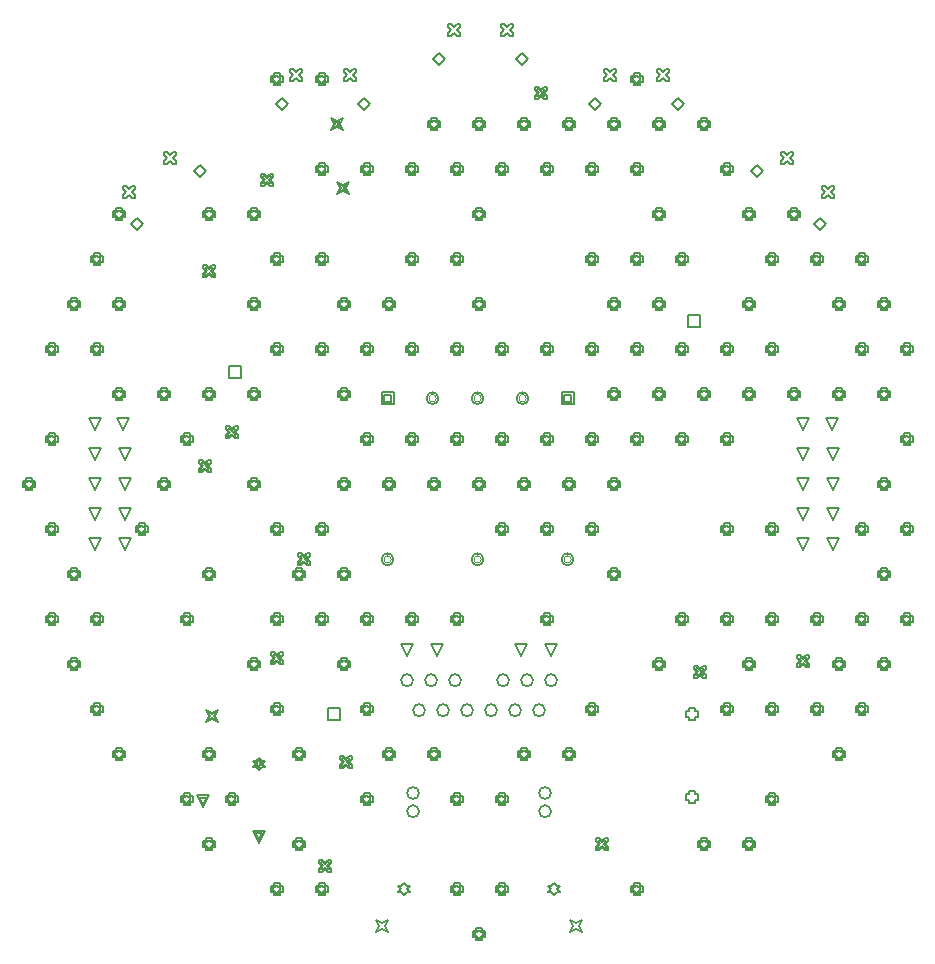
<source format=gbr>
%TF.GenerationSoftware,Altium Limited,Altium Designer,18.1.6 (161)*%
G04 Layer_Color=2752767*
%FSLAX26Y26*%
%MOIN*%
%TF.FileFunction,Drawing*%
%TF.Part,Single*%
G01*
G75*
%TA.AperFunction,NonConductor*%
%ADD50C,0.005000*%
%ADD112C,0.006667*%
%ADD113C,0.004000*%
D50*
X2314997Y3505000D02*
Y3545000D01*
X2354997D01*
Y3505000D01*
X2314997D01*
X2910000Y2577000D02*
X2890000Y2617000D01*
X2930000D01*
X2910000Y2577000D01*
X3010000D02*
X2990000Y2617000D01*
X3030000D01*
X3010000Y2577000D01*
X3290000D02*
X3270000Y2617000D01*
X3310000D01*
X3290000Y2577000D01*
X3390000D02*
X3370000Y2617000D01*
X3410000D01*
X3390000Y2577000D01*
X2900000Y1781000D02*
X2910000Y1791000D01*
X2920000D01*
X2910000Y1801000D01*
X2920000Y1811000D01*
X2910000D01*
X2900000Y1821000D01*
X2890000Y1811000D01*
X2880000D01*
X2890000Y1801000D01*
X2880000Y1791000D01*
X2890000D01*
X2900000Y1781000D01*
X3400000D02*
X3410000Y1791000D01*
X3420000D01*
X3410000Y1801000D01*
X3420000Y1811000D01*
X3410000D01*
X3400000Y1821000D01*
X3390000Y1811000D01*
X3380000D01*
X3390000Y1801000D01*
X3380000Y1791000D01*
X3390000D01*
X3400000Y1781000D01*
X2808000Y1656000D02*
X2818000Y1676000D01*
X2808000Y1696000D01*
X2828000Y1686000D01*
X2848000Y1696000D01*
X2838000Y1676000D01*
X2848000Y1656000D01*
X2828000Y1666000D01*
X2808000Y1656000D01*
X3452000D02*
X3462000Y1676000D01*
X3452000Y1696000D01*
X3472000Y1686000D01*
X3492000Y1696000D01*
X3482000Y1676000D01*
X3492000Y1656000D01*
X3472000Y1666000D01*
X3452000Y1656000D01*
X2644997Y2365000D02*
Y2405000D01*
X2684997D01*
Y2365000D01*
X2644997D01*
X3844997Y3675000D02*
Y3715000D01*
X3884997D01*
Y3675000D01*
X3844997D01*
X3849331Y2098504D02*
Y2088504D01*
X3869331D01*
Y2098504D01*
X3879331D01*
Y2118504D01*
X3869331D01*
Y2128504D01*
X3849331D01*
Y2118504D01*
X3839331D01*
Y2098504D01*
X3849331D01*
Y2374095D02*
Y2364095D01*
X3869331D01*
Y2374095D01*
X3879331D01*
Y2394095D01*
X3869331D01*
Y2404095D01*
X3849331D01*
Y2394095D01*
X3839331D01*
Y2374095D01*
X3849331D01*
X1964283Y4103060D02*
X1974283D01*
X1984283Y4113060D01*
X1994283Y4103060D01*
X2004283D01*
Y4113060D01*
X1994283Y4123060D01*
X2004283Y4133060D01*
Y4143060D01*
X1994283D01*
X1984283Y4133060D01*
X1974283Y4143060D01*
X1964283D01*
Y4133060D01*
X1974283Y4123060D01*
X1964283Y4113060D01*
Y4103060D01*
X2100000Y4216940D02*
X2110000D01*
X2120000Y4226940D01*
X2130000Y4216940D01*
X2140000D01*
Y4226940D01*
X2130000Y4236940D01*
X2140000Y4246940D01*
Y4256940D01*
X2130000D01*
X2120000Y4246940D01*
X2110000Y4256940D01*
X2100000D01*
Y4246940D01*
X2110000Y4236940D01*
X2100000Y4226940D01*
Y4216940D01*
X1989851Y4016029D02*
X2009851Y4036029D01*
X2029851Y4016029D01*
X2009851Y3996029D01*
X1989851Y4016029D01*
X2200965Y4193175D02*
X2220965Y4213175D01*
X2240965Y4193175D01*
X2220965Y4173175D01*
X2200965Y4193175D01*
X2747795Y4416575D02*
X2767795Y4436575D01*
X2787795Y4416575D01*
X2767795Y4396575D01*
X2747795Y4416575D01*
X2472205D02*
X2492205Y4436575D01*
X2512205Y4416575D01*
X2492205Y4396575D01*
X2472205Y4416575D01*
X2698583Y4495000D02*
X2708583D01*
X2718583Y4505000D01*
X2728583Y4495000D01*
X2738583D01*
Y4505000D01*
X2728583Y4515000D01*
X2738583Y4525000D01*
Y4535000D01*
X2728583D01*
X2718583Y4525000D01*
X2708583Y4535000D01*
X2698583D01*
Y4525000D01*
X2708583Y4515000D01*
X2698583Y4505000D01*
Y4495000D01*
X2521417D02*
X2531417D01*
X2541417Y4505000D01*
X2551417Y4495000D01*
X2561417D01*
Y4505000D01*
X2551417Y4515000D01*
X2561417Y4525000D01*
Y4535000D01*
X2551417D01*
X2541417Y4525000D01*
X2531417Y4535000D01*
X2521417D01*
Y4525000D01*
X2531417Y4515000D01*
X2521417Y4505000D01*
Y4495000D01*
X3272401Y4566575D02*
X3292401Y4586575D01*
X3312401Y4566575D01*
X3292401Y4546575D01*
X3272401Y4566575D01*
X2996811D02*
X3016811Y4586575D01*
X3036811Y4566575D01*
X3016811Y4546575D01*
X2996811Y4566575D01*
X3223189Y4645000D02*
X3233189D01*
X3243189Y4655000D01*
X3253189Y4645000D01*
X3263189D01*
Y4655000D01*
X3253189Y4665000D01*
X3263189Y4675000D01*
Y4685000D01*
X3253189D01*
X3243189Y4675000D01*
X3233189Y4685000D01*
X3223189D01*
Y4675000D01*
X3233189Y4665000D01*
X3223189Y4655000D01*
Y4645000D01*
X3046023D02*
X3056023D01*
X3066023Y4655000D01*
X3076023Y4645000D01*
X3086023D01*
Y4655000D01*
X3076023Y4665000D01*
X3086023Y4675000D01*
Y4685000D01*
X3076023D01*
X3066023Y4675000D01*
X3056023Y4685000D01*
X3046023D01*
Y4675000D01*
X3056023Y4665000D01*
X3046023Y4655000D01*
Y4645000D01*
X3792795Y4416575D02*
X3812795Y4436575D01*
X3832795Y4416575D01*
X3812795Y4396575D01*
X3792795Y4416575D01*
X3517205D02*
X3537205Y4436575D01*
X3557205Y4416575D01*
X3537205Y4396575D01*
X3517205Y4416575D01*
X3743583Y4495000D02*
X3753583D01*
X3763583Y4505000D01*
X3773583Y4495000D01*
X3783583D01*
Y4505000D01*
X3773583Y4515000D01*
X3783583Y4525000D01*
Y4535000D01*
X3773583D01*
X3763583Y4525000D01*
X3753583Y4535000D01*
X3743583D01*
Y4525000D01*
X3753583Y4515000D01*
X3743583Y4505000D01*
Y4495000D01*
X3566417D02*
X3576417D01*
X3586417Y4505000D01*
X3596417Y4495000D01*
X3606417D01*
Y4505000D01*
X3596417Y4515000D01*
X3606417Y4525000D01*
Y4535000D01*
X3596417D01*
X3586417Y4525000D01*
X3576417Y4535000D01*
X3566417D01*
Y4525000D01*
X3576417Y4515000D01*
X3566417Y4505000D01*
Y4495000D01*
X4267291Y4016029D02*
X4287291Y4036029D01*
X4307291Y4016029D01*
X4287291Y3996029D01*
X4267291Y4016029D01*
X4056176Y4193175D02*
X4076176Y4213175D01*
X4096176Y4193175D01*
X4076176Y4173175D01*
X4056176Y4193175D01*
X4292858Y4103060D02*
X4302858D01*
X4312858Y4113060D01*
X4322858Y4103060D01*
X4332858D01*
Y4113060D01*
X4322858Y4123060D01*
X4332858Y4133060D01*
Y4143060D01*
X4322858D01*
X4312858Y4133060D01*
X4302858Y4143060D01*
X4292858D01*
Y4133060D01*
X4302858Y4123060D01*
X4292858Y4113060D01*
Y4103060D01*
X4157142Y4216940D02*
X4167142D01*
X4177142Y4226940D01*
X4187142Y4216940D01*
X4197142D01*
Y4226940D01*
X4187142Y4236940D01*
X4197142Y4246940D01*
Y4256940D01*
X4187142D01*
X4177142Y4246940D01*
X4167142Y4256940D01*
X4157142D01*
Y4246940D01*
X4167142Y4236940D01*
X4157142Y4226940D01*
Y4216940D01*
X2825000Y3417000D02*
Y3457000D01*
X2865000D01*
Y3417000D01*
X2825000D01*
X2833000Y3425000D02*
Y3449000D01*
X2857000D01*
Y3425000D01*
X2833000D01*
X3425000Y3417000D02*
Y3457000D01*
X3465000D01*
Y3417000D01*
X3425000D01*
X3433000Y3425000D02*
Y3449000D01*
X3457000D01*
Y3425000D01*
X3433000D01*
X2229961Y2073110D02*
X2209961Y2113110D01*
X2249961D01*
X2229961Y2073110D01*
Y2081110D02*
X2217961Y2105110D01*
X2241961D01*
X2229961Y2081110D01*
X2415000Y1955000D02*
X2395000Y1995000D01*
X2435000D01*
X2415000Y1955000D01*
Y1963000D02*
X2403000Y1987000D01*
X2427000D01*
X2415000Y1963000D01*
Y2199095D02*
X2425000Y2209095D01*
X2435000D01*
X2425000Y2219095D01*
X2435000Y2229095D01*
X2425000D01*
X2415000Y2239095D01*
X2405000Y2229095D01*
X2395000D01*
X2405000Y2219095D01*
X2395000Y2209095D01*
X2405000D01*
X2415000Y2199095D01*
Y2207095D02*
X2421000Y2213095D01*
X2427000D01*
X2421000Y2219095D01*
X2427000Y2225095D01*
X2421000D01*
X2415000Y2231095D01*
X2409000Y2225095D01*
X2403000D01*
X2409000Y2219095D01*
X2403000Y2213095D01*
X2409000D01*
X2415000Y2207095D01*
X4330709Y2929606D02*
X4310709Y2969606D01*
X4350709D01*
X4330709Y2929606D01*
Y3029606D02*
X4310709Y3069606D01*
X4350709D01*
X4330709Y3029606D01*
Y3129606D02*
X4310709Y3169606D01*
X4350709D01*
X4330709Y3129606D01*
Y3229606D02*
X4310709Y3269606D01*
X4350709D01*
X4330709Y3229606D01*
X4325709Y3329606D02*
X4305709Y3369606D01*
X4345709D01*
X4325709Y3329606D01*
X4230709D02*
X4210709Y3369606D01*
X4250709D01*
X4230709Y3329606D01*
Y3229606D02*
X4210709Y3269606D01*
X4250709D01*
X4230709Y3229606D01*
Y3129606D02*
X4210709Y3169606D01*
X4250709D01*
X4230709Y3129606D01*
Y3029606D02*
X4210709Y3069606D01*
X4250709D01*
X4230709Y3029606D01*
Y2929606D02*
X4210709Y2969606D01*
X4250709D01*
X4230709Y2929606D01*
X1968504D02*
X1948504Y2969606D01*
X1988504D01*
X1968504Y2929606D01*
Y3029606D02*
X1948504Y3069606D01*
X1988504D01*
X1968504Y3029606D01*
Y3129606D02*
X1948504Y3169606D01*
X1988504D01*
X1968504Y3129606D01*
Y3229606D02*
X1948504Y3269606D01*
X1988504D01*
X1968504Y3229606D01*
X1963504Y3329606D02*
X1943504Y3369606D01*
X1983504D01*
X1963504Y3329606D01*
X1868504D02*
X1848504Y3369606D01*
X1888504D01*
X1868504Y3329606D01*
Y3229606D02*
X1848504Y3269606D01*
X1888504D01*
X1868504Y3229606D01*
Y3129606D02*
X1848504Y3169606D01*
X1888504D01*
X1868504Y3129606D01*
Y3029606D02*
X1848504Y3069606D01*
X1888504D01*
X1868504Y3029606D01*
Y2929606D02*
X1848504Y2969606D01*
X1888504D01*
X1868504Y2929606D01*
X2240000Y2357795D02*
X2250000Y2377795D01*
X2240000Y2397795D01*
X2260000Y2387795D01*
X2280000Y2397795D01*
X2270000Y2377795D01*
X2280000Y2357795D01*
X2260000Y2367795D01*
X2240000Y2357795D01*
X2248000Y2365795D02*
X2254000Y2377795D01*
X2248000Y2389795D01*
X2260000Y2383795D01*
X2272000Y2389795D01*
X2266000Y2377795D01*
X2272000Y2365795D01*
X2260000Y2371795D01*
X2248000Y2365795D01*
X4490000Y3740000D02*
Y3730000D01*
X4510000D01*
Y3740000D01*
X4520000D01*
Y3760000D01*
X4510000D01*
Y3770000D01*
X4490000D01*
Y3760000D01*
X4480000D01*
Y3740000D01*
X4490000D01*
X4494000Y3744000D02*
Y3738000D01*
X4506000D01*
Y3744000D01*
X4512000D01*
Y3756000D01*
X4506000D01*
Y3762000D01*
X4494000D01*
Y3756000D01*
X4488000D01*
Y3744000D01*
X4494000D01*
X4565000Y3590000D02*
Y3580000D01*
X4585000D01*
Y3590000D01*
X4595000D01*
Y3610000D01*
X4585000D01*
Y3620000D01*
X4565000D01*
Y3610000D01*
X4555000D01*
Y3590000D01*
X4565000D01*
X4569000Y3594000D02*
Y3588000D01*
X4581000D01*
Y3594000D01*
X4587000D01*
Y3606000D01*
X4581000D01*
Y3612000D01*
X4569000D01*
Y3606000D01*
X4563000D01*
Y3594000D01*
X4569000D01*
X4490000Y3440000D02*
Y3430000D01*
X4510000D01*
Y3440000D01*
X4520000D01*
Y3460000D01*
X4510000D01*
Y3470000D01*
X4490000D01*
Y3460000D01*
X4480000D01*
Y3440000D01*
X4490000D01*
X4494000Y3444000D02*
Y3438000D01*
X4506000D01*
Y3444000D01*
X4512000D01*
Y3456000D01*
X4506000D01*
Y3462000D01*
X4494000D01*
Y3456000D01*
X4488000D01*
Y3444000D01*
X4494000D01*
X4565000Y3290000D02*
Y3280000D01*
X4585000D01*
Y3290000D01*
X4595000D01*
Y3310000D01*
X4585000D01*
Y3320000D01*
X4565000D01*
Y3310000D01*
X4555000D01*
Y3290000D01*
X4565000D01*
X4569000Y3294000D02*
Y3288000D01*
X4581000D01*
Y3294000D01*
X4587000D01*
Y3306000D01*
X4581000D01*
Y3312000D01*
X4569000D01*
Y3306000D01*
X4563000D01*
Y3294000D01*
X4569000D01*
X4490000Y3140000D02*
Y3130000D01*
X4510000D01*
Y3140000D01*
X4520000D01*
Y3160000D01*
X4510000D01*
Y3170000D01*
X4490000D01*
Y3160000D01*
X4480000D01*
Y3140000D01*
X4490000D01*
X4494000Y3144000D02*
Y3138000D01*
X4506000D01*
Y3144000D01*
X4512000D01*
Y3156000D01*
X4506000D01*
Y3162000D01*
X4494000D01*
Y3156000D01*
X4488000D01*
Y3144000D01*
X4494000D01*
X4565000Y2990000D02*
Y2980000D01*
X4585000D01*
Y2990000D01*
X4595000D01*
Y3010000D01*
X4585000D01*
Y3020000D01*
X4565000D01*
Y3010000D01*
X4555000D01*
Y2990000D01*
X4565000D01*
X4569000Y2994000D02*
Y2988000D01*
X4581000D01*
Y2994000D01*
X4587000D01*
Y3006000D01*
X4581000D01*
Y3012000D01*
X4569000D01*
Y3006000D01*
X4563000D01*
Y2994000D01*
X4569000D01*
X4490000Y2840000D02*
Y2830000D01*
X4510000D01*
Y2840000D01*
X4520000D01*
Y2860000D01*
X4510000D01*
Y2870000D01*
X4490000D01*
Y2860000D01*
X4480000D01*
Y2840000D01*
X4490000D01*
X4494000Y2844000D02*
Y2838000D01*
X4506000D01*
Y2844000D01*
X4512000D01*
Y2856000D01*
X4506000D01*
Y2862000D01*
X4494000D01*
Y2856000D01*
X4488000D01*
Y2844000D01*
X4494000D01*
X4565000Y2690000D02*
Y2680000D01*
X4585000D01*
Y2690000D01*
X4595000D01*
Y2710000D01*
X4585000D01*
Y2720000D01*
X4565000D01*
Y2710000D01*
X4555000D01*
Y2690000D01*
X4565000D01*
X4569000Y2694000D02*
Y2688000D01*
X4581000D01*
Y2694000D01*
X4587000D01*
Y2706000D01*
X4581000D01*
Y2712000D01*
X4569000D01*
Y2706000D01*
X4563000D01*
Y2694000D01*
X4569000D01*
X4490000Y2540000D02*
Y2530000D01*
X4510000D01*
Y2540000D01*
X4520000D01*
Y2560000D01*
X4510000D01*
Y2570000D01*
X4490000D01*
Y2560000D01*
X4480000D01*
Y2540000D01*
X4490000D01*
X4494000Y2544000D02*
Y2538000D01*
X4506000D01*
Y2544000D01*
X4512000D01*
Y2556000D01*
X4506000D01*
Y2562000D01*
X4494000D01*
Y2556000D01*
X4488000D01*
Y2544000D01*
X4494000D01*
X4415000Y3890000D02*
Y3880000D01*
X4435000D01*
Y3890000D01*
X4445000D01*
Y3910000D01*
X4435000D01*
Y3920000D01*
X4415000D01*
Y3910000D01*
X4405000D01*
Y3890000D01*
X4415000D01*
X4419000Y3894000D02*
Y3888000D01*
X4431000D01*
Y3894000D01*
X4437000D01*
Y3906000D01*
X4431000D01*
Y3912000D01*
X4419000D01*
Y3906000D01*
X4413000D01*
Y3894000D01*
X4419000D01*
X4340000Y3740000D02*
Y3730000D01*
X4360000D01*
Y3740000D01*
X4370000D01*
Y3760000D01*
X4360000D01*
Y3770000D01*
X4340000D01*
Y3760000D01*
X4330000D01*
Y3740000D01*
X4340000D01*
X4344000Y3744000D02*
Y3738000D01*
X4356000D01*
Y3744000D01*
X4362000D01*
Y3756000D01*
X4356000D01*
Y3762000D01*
X4344000D01*
Y3756000D01*
X4338000D01*
Y3744000D01*
X4344000D01*
X4415000Y3590000D02*
Y3580000D01*
X4435000D01*
Y3590000D01*
X4445000D01*
Y3610000D01*
X4435000D01*
Y3620000D01*
X4415000D01*
Y3610000D01*
X4405000D01*
Y3590000D01*
X4415000D01*
X4419000Y3594000D02*
Y3588000D01*
X4431000D01*
Y3594000D01*
X4437000D01*
Y3606000D01*
X4431000D01*
Y3612000D01*
X4419000D01*
Y3606000D01*
X4413000D01*
Y3594000D01*
X4419000D01*
X4340000Y3440000D02*
Y3430000D01*
X4360000D01*
Y3440000D01*
X4370000D01*
Y3460000D01*
X4360000D01*
Y3470000D01*
X4340000D01*
Y3460000D01*
X4330000D01*
Y3440000D01*
X4340000D01*
X4344000Y3444000D02*
Y3438000D01*
X4356000D01*
Y3444000D01*
X4362000D01*
Y3456000D01*
X4356000D01*
Y3462000D01*
X4344000D01*
Y3456000D01*
X4338000D01*
Y3444000D01*
X4344000D01*
X4415000Y2990000D02*
Y2980000D01*
X4435000D01*
Y2990000D01*
X4445000D01*
Y3010000D01*
X4435000D01*
Y3020000D01*
X4415000D01*
Y3010000D01*
X4405000D01*
Y2990000D01*
X4415000D01*
X4419000Y2994000D02*
Y2988000D01*
X4431000D01*
Y2994000D01*
X4437000D01*
Y3006000D01*
X4431000D01*
Y3012000D01*
X4419000D01*
Y3006000D01*
X4413000D01*
Y2994000D01*
X4419000D01*
X4415000Y2690000D02*
Y2680000D01*
X4435000D01*
Y2690000D01*
X4445000D01*
Y2710000D01*
X4435000D01*
Y2720000D01*
X4415000D01*
Y2710000D01*
X4405000D01*
Y2690000D01*
X4415000D01*
X4419000Y2694000D02*
Y2688000D01*
X4431000D01*
Y2694000D01*
X4437000D01*
Y2706000D01*
X4431000D01*
Y2712000D01*
X4419000D01*
Y2706000D01*
X4413000D01*
Y2694000D01*
X4419000D01*
X4340000Y2540000D02*
Y2530000D01*
X4360000D01*
Y2540000D01*
X4370000D01*
Y2560000D01*
X4360000D01*
Y2570000D01*
X4340000D01*
Y2560000D01*
X4330000D01*
Y2540000D01*
X4340000D01*
X4344000Y2544000D02*
Y2538000D01*
X4356000D01*
Y2544000D01*
X4362000D01*
Y2556000D01*
X4356000D01*
Y2562000D01*
X4344000D01*
Y2556000D01*
X4338000D01*
Y2544000D01*
X4344000D01*
X4415000Y2390000D02*
Y2380000D01*
X4435000D01*
Y2390000D01*
X4445000D01*
Y2410000D01*
X4435000D01*
Y2420000D01*
X4415000D01*
Y2410000D01*
X4405000D01*
Y2390000D01*
X4415000D01*
X4419000Y2394000D02*
Y2388000D01*
X4431000D01*
Y2394000D01*
X4437000D01*
Y2406000D01*
X4431000D01*
Y2412000D01*
X4419000D01*
Y2406000D01*
X4413000D01*
Y2394000D01*
X4419000D01*
X4340000Y2240000D02*
Y2230000D01*
X4360000D01*
Y2240000D01*
X4370000D01*
Y2260000D01*
X4360000D01*
Y2270000D01*
X4340000D01*
Y2260000D01*
X4330000D01*
Y2240000D01*
X4340000D01*
X4344000Y2244000D02*
Y2238000D01*
X4356000D01*
Y2244000D01*
X4362000D01*
Y2256000D01*
X4356000D01*
Y2262000D01*
X4344000D01*
Y2256000D01*
X4338000D01*
Y2244000D01*
X4344000D01*
X4190000Y4040000D02*
Y4030000D01*
X4210000D01*
Y4040000D01*
X4220000D01*
Y4060000D01*
X4210000D01*
Y4070000D01*
X4190000D01*
Y4060000D01*
X4180000D01*
Y4040000D01*
X4190000D01*
X4194000Y4044000D02*
Y4038000D01*
X4206000D01*
Y4044000D01*
X4212000D01*
Y4056000D01*
X4206000D01*
Y4062000D01*
X4194000D01*
Y4056000D01*
X4188000D01*
Y4044000D01*
X4194000D01*
X4265000Y3890000D02*
Y3880000D01*
X4285000D01*
Y3890000D01*
X4295000D01*
Y3910000D01*
X4285000D01*
Y3920000D01*
X4265000D01*
Y3910000D01*
X4255000D01*
Y3890000D01*
X4265000D01*
X4269000Y3894000D02*
Y3888000D01*
X4281000D01*
Y3894000D01*
X4287000D01*
Y3906000D01*
X4281000D01*
Y3912000D01*
X4269000D01*
Y3906000D01*
X4263000D01*
Y3894000D01*
X4269000D01*
X4190000Y3440000D02*
Y3430000D01*
X4210000D01*
Y3440000D01*
X4220000D01*
Y3460000D01*
X4210000D01*
Y3470000D01*
X4190000D01*
Y3460000D01*
X4180000D01*
Y3440000D01*
X4190000D01*
X4194000Y3444000D02*
Y3438000D01*
X4206000D01*
Y3444000D01*
X4212000D01*
Y3456000D01*
X4206000D01*
Y3462000D01*
X4194000D01*
Y3456000D01*
X4188000D01*
Y3444000D01*
X4194000D01*
X4265000Y2690000D02*
Y2680000D01*
X4285000D01*
Y2690000D01*
X4295000D01*
Y2710000D01*
X4285000D01*
Y2720000D01*
X4265000D01*
Y2710000D01*
X4255000D01*
Y2690000D01*
X4265000D01*
X4269000Y2694000D02*
Y2688000D01*
X4281000D01*
Y2694000D01*
X4287000D01*
Y2706000D01*
X4281000D01*
Y2712000D01*
X4269000D01*
Y2706000D01*
X4263000D01*
Y2694000D01*
X4269000D01*
X4265000Y2390000D02*
Y2380000D01*
X4285000D01*
Y2390000D01*
X4295000D01*
Y2410000D01*
X4285000D01*
Y2420000D01*
X4265000D01*
Y2410000D01*
X4255000D01*
Y2390000D01*
X4265000D01*
X4269000Y2394000D02*
Y2388000D01*
X4281000D01*
Y2394000D01*
X4287000D01*
Y2406000D01*
X4281000D01*
Y2412000D01*
X4269000D01*
Y2406000D01*
X4263000D01*
Y2394000D01*
X4269000D01*
X4040000Y4040000D02*
Y4030000D01*
X4060000D01*
Y4040000D01*
X4070000D01*
Y4060000D01*
X4060000D01*
Y4070000D01*
X4040000D01*
Y4060000D01*
X4030000D01*
Y4040000D01*
X4040000D01*
X4044000Y4044000D02*
Y4038000D01*
X4056000D01*
Y4044000D01*
X4062000D01*
Y4056000D01*
X4056000D01*
Y4062000D01*
X4044000D01*
Y4056000D01*
X4038000D01*
Y4044000D01*
X4044000D01*
X4115000Y3890000D02*
Y3880000D01*
X4135000D01*
Y3890000D01*
X4145000D01*
Y3910000D01*
X4135000D01*
Y3920000D01*
X4115000D01*
Y3910000D01*
X4105000D01*
Y3890000D01*
X4115000D01*
X4119000Y3894000D02*
Y3888000D01*
X4131000D01*
Y3894000D01*
X4137000D01*
Y3906000D01*
X4131000D01*
Y3912000D01*
X4119000D01*
Y3906000D01*
X4113000D01*
Y3894000D01*
X4119000D01*
X4040000Y3740000D02*
Y3730000D01*
X4060000D01*
Y3740000D01*
X4070000D01*
Y3760000D01*
X4060000D01*
Y3770000D01*
X4040000D01*
Y3760000D01*
X4030000D01*
Y3740000D01*
X4040000D01*
X4044000Y3744000D02*
Y3738000D01*
X4056000D01*
Y3744000D01*
X4062000D01*
Y3756000D01*
X4056000D01*
Y3762000D01*
X4044000D01*
Y3756000D01*
X4038000D01*
Y3744000D01*
X4044000D01*
X4115000Y3590000D02*
Y3580000D01*
X4135000D01*
Y3590000D01*
X4145000D01*
Y3610000D01*
X4135000D01*
Y3620000D01*
X4115000D01*
Y3610000D01*
X4105000D01*
Y3590000D01*
X4115000D01*
X4119000Y3594000D02*
Y3588000D01*
X4131000D01*
Y3594000D01*
X4137000D01*
Y3606000D01*
X4131000D01*
Y3612000D01*
X4119000D01*
Y3606000D01*
X4113000D01*
Y3594000D01*
X4119000D01*
X4040000Y3440000D02*
Y3430000D01*
X4060000D01*
Y3440000D01*
X4070000D01*
Y3460000D01*
X4060000D01*
Y3470000D01*
X4040000D01*
Y3460000D01*
X4030000D01*
Y3440000D01*
X4040000D01*
X4044000Y3444000D02*
Y3438000D01*
X4056000D01*
Y3444000D01*
X4062000D01*
Y3456000D01*
X4056000D01*
Y3462000D01*
X4044000D01*
Y3456000D01*
X4038000D01*
Y3444000D01*
X4044000D01*
X4115000Y2990000D02*
Y2980000D01*
X4135000D01*
Y2990000D01*
X4145000D01*
Y3010000D01*
X4135000D01*
Y3020000D01*
X4115000D01*
Y3010000D01*
X4105000D01*
Y2990000D01*
X4115000D01*
X4119000Y2994000D02*
Y2988000D01*
X4131000D01*
Y2994000D01*
X4137000D01*
Y3006000D01*
X4131000D01*
Y3012000D01*
X4119000D01*
Y3006000D01*
X4113000D01*
Y2994000D01*
X4119000D01*
X4115000Y2690000D02*
Y2680000D01*
X4135000D01*
Y2690000D01*
X4145000D01*
Y2710000D01*
X4135000D01*
Y2720000D01*
X4115000D01*
Y2710000D01*
X4105000D01*
Y2690000D01*
X4115000D01*
X4119000Y2694000D02*
Y2688000D01*
X4131000D01*
Y2694000D01*
X4137000D01*
Y2706000D01*
X4131000D01*
Y2712000D01*
X4119000D01*
Y2706000D01*
X4113000D01*
Y2694000D01*
X4119000D01*
X4040000Y2540000D02*
Y2530000D01*
X4060000D01*
Y2540000D01*
X4070000D01*
Y2560000D01*
X4060000D01*
Y2570000D01*
X4040000D01*
Y2560000D01*
X4030000D01*
Y2540000D01*
X4040000D01*
X4044000Y2544000D02*
Y2538000D01*
X4056000D01*
Y2544000D01*
X4062000D01*
Y2556000D01*
X4056000D01*
Y2562000D01*
X4044000D01*
Y2556000D01*
X4038000D01*
Y2544000D01*
X4044000D01*
X4115000Y2390000D02*
Y2380000D01*
X4135000D01*
Y2390000D01*
X4145000D01*
Y2410000D01*
X4135000D01*
Y2420000D01*
X4115000D01*
Y2410000D01*
X4105000D01*
Y2390000D01*
X4115000D01*
X4119000Y2394000D02*
Y2388000D01*
X4131000D01*
Y2394000D01*
X4137000D01*
Y2406000D01*
X4131000D01*
Y2412000D01*
X4119000D01*
Y2406000D01*
X4113000D01*
Y2394000D01*
X4119000D01*
X4115000Y2090000D02*
Y2080000D01*
X4135000D01*
Y2090000D01*
X4145000D01*
Y2110000D01*
X4135000D01*
Y2120000D01*
X4115000D01*
Y2110000D01*
X4105000D01*
Y2090000D01*
X4115000D01*
X4119000Y2094000D02*
Y2088000D01*
X4131000D01*
Y2094000D01*
X4137000D01*
Y2106000D01*
X4131000D01*
Y2112000D01*
X4119000D01*
Y2106000D01*
X4113000D01*
Y2094000D01*
X4119000D01*
X4040000Y1940000D02*
Y1930000D01*
X4060000D01*
Y1940000D01*
X4070000D01*
Y1960000D01*
X4060000D01*
Y1970000D01*
X4040000D01*
Y1960000D01*
X4030000D01*
Y1940000D01*
X4040000D01*
X4044000Y1944000D02*
Y1938000D01*
X4056000D01*
Y1944000D01*
X4062000D01*
Y1956000D01*
X4056000D01*
Y1962000D01*
X4044000D01*
Y1956000D01*
X4038000D01*
Y1944000D01*
X4044000D01*
X3890000Y4340000D02*
Y4330000D01*
X3910000D01*
Y4340000D01*
X3920000D01*
Y4360000D01*
X3910000D01*
Y4370000D01*
X3890000D01*
Y4360000D01*
X3880000D01*
Y4340000D01*
X3890000D01*
X3894000Y4344000D02*
Y4338000D01*
X3906000D01*
Y4344000D01*
X3912000D01*
Y4356000D01*
X3906000D01*
Y4362000D01*
X3894000D01*
Y4356000D01*
X3888000D01*
Y4344000D01*
X3894000D01*
X3965000Y4190000D02*
Y4180000D01*
X3985000D01*
Y4190000D01*
X3995000D01*
Y4210000D01*
X3985000D01*
Y4220000D01*
X3965000D01*
Y4210000D01*
X3955000D01*
Y4190000D01*
X3965000D01*
X3969000Y4194000D02*
Y4188000D01*
X3981000D01*
Y4194000D01*
X3987000D01*
Y4206000D01*
X3981000D01*
Y4212000D01*
X3969000D01*
Y4206000D01*
X3963000D01*
Y4194000D01*
X3969000D01*
X3965000Y3590000D02*
Y3580000D01*
X3985000D01*
Y3590000D01*
X3995000D01*
Y3610000D01*
X3985000D01*
Y3620000D01*
X3965000D01*
Y3610000D01*
X3955000D01*
Y3590000D01*
X3965000D01*
X3969000Y3594000D02*
Y3588000D01*
X3981000D01*
Y3594000D01*
X3987000D01*
Y3606000D01*
X3981000D01*
Y3612000D01*
X3969000D01*
Y3606000D01*
X3963000D01*
Y3594000D01*
X3969000D01*
X3890000Y3440000D02*
Y3430000D01*
X3910000D01*
Y3440000D01*
X3920000D01*
Y3460000D01*
X3910000D01*
Y3470000D01*
X3890000D01*
Y3460000D01*
X3880000D01*
Y3440000D01*
X3890000D01*
X3894000Y3444000D02*
Y3438000D01*
X3906000D01*
Y3444000D01*
X3912000D01*
Y3456000D01*
X3906000D01*
Y3462000D01*
X3894000D01*
Y3456000D01*
X3888000D01*
Y3444000D01*
X3894000D01*
X3965000Y3290000D02*
Y3280000D01*
X3985000D01*
Y3290000D01*
X3995000D01*
Y3310000D01*
X3985000D01*
Y3320000D01*
X3965000D01*
Y3310000D01*
X3955000D01*
Y3290000D01*
X3965000D01*
X3969000Y3294000D02*
Y3288000D01*
X3981000D01*
Y3294000D01*
X3987000D01*
Y3306000D01*
X3981000D01*
Y3312000D01*
X3969000D01*
Y3306000D01*
X3963000D01*
Y3294000D01*
X3969000D01*
X3965000Y2990000D02*
Y2980000D01*
X3985000D01*
Y2990000D01*
X3995000D01*
Y3010000D01*
X3985000D01*
Y3020000D01*
X3965000D01*
Y3010000D01*
X3955000D01*
Y2990000D01*
X3965000D01*
X3969000Y2994000D02*
Y2988000D01*
X3981000D01*
Y2994000D01*
X3987000D01*
Y3006000D01*
X3981000D01*
Y3012000D01*
X3969000D01*
Y3006000D01*
X3963000D01*
Y2994000D01*
X3969000D01*
X3965000Y2690000D02*
Y2680000D01*
X3985000D01*
Y2690000D01*
X3995000D01*
Y2710000D01*
X3985000D01*
Y2720000D01*
X3965000D01*
Y2710000D01*
X3955000D01*
Y2690000D01*
X3965000D01*
X3969000Y2694000D02*
Y2688000D01*
X3981000D01*
Y2694000D01*
X3987000D01*
Y2706000D01*
X3981000D01*
Y2712000D01*
X3969000D01*
Y2706000D01*
X3963000D01*
Y2694000D01*
X3969000D01*
X3965000Y2390000D02*
Y2380000D01*
X3985000D01*
Y2390000D01*
X3995000D01*
Y2410000D01*
X3985000D01*
Y2420000D01*
X3965000D01*
Y2410000D01*
X3955000D01*
Y2390000D01*
X3965000D01*
X3969000Y2394000D02*
Y2388000D01*
X3981000D01*
Y2394000D01*
X3987000D01*
Y2406000D01*
X3981000D01*
Y2412000D01*
X3969000D01*
Y2406000D01*
X3963000D01*
Y2394000D01*
X3969000D01*
X3890000Y1940000D02*
Y1930000D01*
X3910000D01*
Y1940000D01*
X3920000D01*
Y1960000D01*
X3910000D01*
Y1970000D01*
X3890000D01*
Y1960000D01*
X3880000D01*
Y1940000D01*
X3890000D01*
X3894000Y1944000D02*
Y1938000D01*
X3906000D01*
Y1944000D01*
X3912000D01*
Y1956000D01*
X3906000D01*
Y1962000D01*
X3894000D01*
Y1956000D01*
X3888000D01*
Y1944000D01*
X3894000D01*
X3740000Y4340000D02*
Y4330000D01*
X3760000D01*
Y4340000D01*
X3770000D01*
Y4360000D01*
X3760000D01*
Y4370000D01*
X3740000D01*
Y4360000D01*
X3730000D01*
Y4340000D01*
X3740000D01*
X3744000Y4344000D02*
Y4338000D01*
X3756000D01*
Y4344000D01*
X3762000D01*
Y4356000D01*
X3756000D01*
Y4362000D01*
X3744000D01*
Y4356000D01*
X3738000D01*
Y4344000D01*
X3744000D01*
X3740000Y4040000D02*
Y4030000D01*
X3760000D01*
Y4040000D01*
X3770000D01*
Y4060000D01*
X3760000D01*
Y4070000D01*
X3740000D01*
Y4060000D01*
X3730000D01*
Y4040000D01*
X3740000D01*
X3744000Y4044000D02*
Y4038000D01*
X3756000D01*
Y4044000D01*
X3762000D01*
Y4056000D01*
X3756000D01*
Y4062000D01*
X3744000D01*
Y4056000D01*
X3738000D01*
Y4044000D01*
X3744000D01*
X3815000Y3890000D02*
Y3880000D01*
X3835000D01*
Y3890000D01*
X3845000D01*
Y3910000D01*
X3835000D01*
Y3920000D01*
X3815000D01*
Y3910000D01*
X3805000D01*
Y3890000D01*
X3815000D01*
X3819000Y3894000D02*
Y3888000D01*
X3831000D01*
Y3894000D01*
X3837000D01*
Y3906000D01*
X3831000D01*
Y3912000D01*
X3819000D01*
Y3906000D01*
X3813000D01*
Y3894000D01*
X3819000D01*
X3740000Y3740000D02*
Y3730000D01*
X3760000D01*
Y3740000D01*
X3770000D01*
Y3760000D01*
X3760000D01*
Y3770000D01*
X3740000D01*
Y3760000D01*
X3730000D01*
Y3740000D01*
X3740000D01*
X3744000Y3744000D02*
Y3738000D01*
X3756000D01*
Y3744000D01*
X3762000D01*
Y3756000D01*
X3756000D01*
Y3762000D01*
X3744000D01*
Y3756000D01*
X3738000D01*
Y3744000D01*
X3744000D01*
X3815000Y3590000D02*
Y3580000D01*
X3835000D01*
Y3590000D01*
X3845000D01*
Y3610000D01*
X3835000D01*
Y3620000D01*
X3815000D01*
Y3610000D01*
X3805000D01*
Y3590000D01*
X3815000D01*
X3819000Y3594000D02*
Y3588000D01*
X3831000D01*
Y3594000D01*
X3837000D01*
Y3606000D01*
X3831000D01*
Y3612000D01*
X3819000D01*
Y3606000D01*
X3813000D01*
Y3594000D01*
X3819000D01*
X3740000Y3440000D02*
Y3430000D01*
X3760000D01*
Y3440000D01*
X3770000D01*
Y3460000D01*
X3760000D01*
Y3470000D01*
X3740000D01*
Y3460000D01*
X3730000D01*
Y3440000D01*
X3740000D01*
X3744000Y3444000D02*
Y3438000D01*
X3756000D01*
Y3444000D01*
X3762000D01*
Y3456000D01*
X3756000D01*
Y3462000D01*
X3744000D01*
Y3456000D01*
X3738000D01*
Y3444000D01*
X3744000D01*
X3815000Y3290000D02*
Y3280000D01*
X3835000D01*
Y3290000D01*
X3845000D01*
Y3310000D01*
X3835000D01*
Y3320000D01*
X3815000D01*
Y3310000D01*
X3805000D01*
Y3290000D01*
X3815000D01*
X3819000Y3294000D02*
Y3288000D01*
X3831000D01*
Y3294000D01*
X3837000D01*
Y3306000D01*
X3831000D01*
Y3312000D01*
X3819000D01*
Y3306000D01*
X3813000D01*
Y3294000D01*
X3819000D01*
X3815000Y2690000D02*
Y2680000D01*
X3835000D01*
Y2690000D01*
X3845000D01*
Y2710000D01*
X3835000D01*
Y2720000D01*
X3815000D01*
Y2710000D01*
X3805000D01*
Y2690000D01*
X3815000D01*
X3819000Y2694000D02*
Y2688000D01*
X3831000D01*
Y2694000D01*
X3837000D01*
Y2706000D01*
X3831000D01*
Y2712000D01*
X3819000D01*
Y2706000D01*
X3813000D01*
Y2694000D01*
X3819000D01*
X3740000Y2540000D02*
Y2530000D01*
X3760000D01*
Y2540000D01*
X3770000D01*
Y2560000D01*
X3760000D01*
Y2570000D01*
X3740000D01*
Y2560000D01*
X3730000D01*
Y2540000D01*
X3740000D01*
X3744000Y2544000D02*
Y2538000D01*
X3756000D01*
Y2544000D01*
X3762000D01*
Y2556000D01*
X3756000D01*
Y2562000D01*
X3744000D01*
Y2556000D01*
X3738000D01*
Y2544000D01*
X3744000D01*
X3665000Y4490000D02*
Y4480000D01*
X3685000D01*
Y4490000D01*
X3695000D01*
Y4510000D01*
X3685000D01*
Y4520000D01*
X3665000D01*
Y4510000D01*
X3655000D01*
Y4490000D01*
X3665000D01*
X3669000Y4494000D02*
Y4488000D01*
X3681000D01*
Y4494000D01*
X3687000D01*
Y4506000D01*
X3681000D01*
Y4512000D01*
X3669000D01*
Y4506000D01*
X3663000D01*
Y4494000D01*
X3669000D01*
X3590000Y4340000D02*
Y4330000D01*
X3610000D01*
Y4340000D01*
X3620000D01*
Y4360000D01*
X3610000D01*
Y4370000D01*
X3590000D01*
Y4360000D01*
X3580000D01*
Y4340000D01*
X3590000D01*
X3594000Y4344000D02*
Y4338000D01*
X3606000D01*
Y4344000D01*
X3612000D01*
Y4356000D01*
X3606000D01*
Y4362000D01*
X3594000D01*
Y4356000D01*
X3588000D01*
Y4344000D01*
X3594000D01*
X3665000Y4190000D02*
Y4180000D01*
X3685000D01*
Y4190000D01*
X3695000D01*
Y4210000D01*
X3685000D01*
Y4220000D01*
X3665000D01*
Y4210000D01*
X3655000D01*
Y4190000D01*
X3665000D01*
X3669000Y4194000D02*
Y4188000D01*
X3681000D01*
Y4194000D01*
X3687000D01*
Y4206000D01*
X3681000D01*
Y4212000D01*
X3669000D01*
Y4206000D01*
X3663000D01*
Y4194000D01*
X3669000D01*
X3665000Y3890000D02*
Y3880000D01*
X3685000D01*
Y3890000D01*
X3695000D01*
Y3910000D01*
X3685000D01*
Y3920000D01*
X3665000D01*
Y3910000D01*
X3655000D01*
Y3890000D01*
X3665000D01*
X3669000Y3894000D02*
Y3888000D01*
X3681000D01*
Y3894000D01*
X3687000D01*
Y3906000D01*
X3681000D01*
Y3912000D01*
X3669000D01*
Y3906000D01*
X3663000D01*
Y3894000D01*
X3669000D01*
X3590000Y3740000D02*
Y3730000D01*
X3610000D01*
Y3740000D01*
X3620000D01*
Y3760000D01*
X3610000D01*
Y3770000D01*
X3590000D01*
Y3760000D01*
X3580000D01*
Y3740000D01*
X3590000D01*
X3594000Y3744000D02*
Y3738000D01*
X3606000D01*
Y3744000D01*
X3612000D01*
Y3756000D01*
X3606000D01*
Y3762000D01*
X3594000D01*
Y3756000D01*
X3588000D01*
Y3744000D01*
X3594000D01*
X3665000Y3590000D02*
Y3580000D01*
X3685000D01*
Y3590000D01*
X3695000D01*
Y3610000D01*
X3685000D01*
Y3620000D01*
X3665000D01*
Y3610000D01*
X3655000D01*
Y3590000D01*
X3665000D01*
X3669000Y3594000D02*
Y3588000D01*
X3681000D01*
Y3594000D01*
X3687000D01*
Y3606000D01*
X3681000D01*
Y3612000D01*
X3669000D01*
Y3606000D01*
X3663000D01*
Y3594000D01*
X3669000D01*
X3590000Y3440000D02*
Y3430000D01*
X3610000D01*
Y3440000D01*
X3620000D01*
Y3460000D01*
X3610000D01*
Y3470000D01*
X3590000D01*
Y3460000D01*
X3580000D01*
Y3440000D01*
X3590000D01*
X3594000Y3444000D02*
Y3438000D01*
X3606000D01*
Y3444000D01*
X3612000D01*
Y3456000D01*
X3606000D01*
Y3462000D01*
X3594000D01*
Y3456000D01*
X3588000D01*
Y3444000D01*
X3594000D01*
X3665000Y3290000D02*
Y3280000D01*
X3685000D01*
Y3290000D01*
X3695000D01*
Y3310000D01*
X3685000D01*
Y3320000D01*
X3665000D01*
Y3310000D01*
X3655000D01*
Y3290000D01*
X3665000D01*
X3669000Y3294000D02*
Y3288000D01*
X3681000D01*
Y3294000D01*
X3687000D01*
Y3306000D01*
X3681000D01*
Y3312000D01*
X3669000D01*
Y3306000D01*
X3663000D01*
Y3294000D01*
X3669000D01*
X3590000Y3140000D02*
Y3130000D01*
X3610000D01*
Y3140000D01*
X3620000D01*
Y3160000D01*
X3610000D01*
Y3170000D01*
X3590000D01*
Y3160000D01*
X3580000D01*
Y3140000D01*
X3590000D01*
X3594000Y3144000D02*
Y3138000D01*
X3606000D01*
Y3144000D01*
X3612000D01*
Y3156000D01*
X3606000D01*
Y3162000D01*
X3594000D01*
Y3156000D01*
X3588000D01*
Y3144000D01*
X3594000D01*
X3590000Y2840000D02*
Y2830000D01*
X3610000D01*
Y2840000D01*
X3620000D01*
Y2860000D01*
X3610000D01*
Y2870000D01*
X3590000D01*
Y2860000D01*
X3580000D01*
Y2840000D01*
X3590000D01*
X3594000Y2844000D02*
Y2838000D01*
X3606000D01*
Y2844000D01*
X3612000D01*
Y2856000D01*
X3606000D01*
Y2862000D01*
X3594000D01*
Y2856000D01*
X3588000D01*
Y2844000D01*
X3594000D01*
X3665000Y1790000D02*
Y1780000D01*
X3685000D01*
Y1790000D01*
X3695000D01*
Y1810000D01*
X3685000D01*
Y1820000D01*
X3665000D01*
Y1810000D01*
X3655000D01*
Y1790000D01*
X3665000D01*
X3669000Y1794000D02*
Y1788000D01*
X3681000D01*
Y1794000D01*
X3687000D01*
Y1806000D01*
X3681000D01*
Y1812000D01*
X3669000D01*
Y1806000D01*
X3663000D01*
Y1794000D01*
X3669000D01*
X3440000Y4340000D02*
Y4330000D01*
X3460000D01*
Y4340000D01*
X3470000D01*
Y4360000D01*
X3460000D01*
Y4370000D01*
X3440000D01*
Y4360000D01*
X3430000D01*
Y4340000D01*
X3440000D01*
X3444000Y4344000D02*
Y4338000D01*
X3456000D01*
Y4344000D01*
X3462000D01*
Y4356000D01*
X3456000D01*
Y4362000D01*
X3444000D01*
Y4356000D01*
X3438000D01*
Y4344000D01*
X3444000D01*
X3515000Y4190000D02*
Y4180000D01*
X3535000D01*
Y4190000D01*
X3545000D01*
Y4210000D01*
X3535000D01*
Y4220000D01*
X3515000D01*
Y4210000D01*
X3505000D01*
Y4190000D01*
X3515000D01*
X3519000Y4194000D02*
Y4188000D01*
X3531000D01*
Y4194000D01*
X3537000D01*
Y4206000D01*
X3531000D01*
Y4212000D01*
X3519000D01*
Y4206000D01*
X3513000D01*
Y4194000D01*
X3519000D01*
X3515000Y3890000D02*
Y3880000D01*
X3535000D01*
Y3890000D01*
X3545000D01*
Y3910000D01*
X3535000D01*
Y3920000D01*
X3515000D01*
Y3910000D01*
X3505000D01*
Y3890000D01*
X3515000D01*
X3519000Y3894000D02*
Y3888000D01*
X3531000D01*
Y3894000D01*
X3537000D01*
Y3906000D01*
X3531000D01*
Y3912000D01*
X3519000D01*
Y3906000D01*
X3513000D01*
Y3894000D01*
X3519000D01*
X3515000Y3590000D02*
Y3580000D01*
X3535000D01*
Y3590000D01*
X3545000D01*
Y3610000D01*
X3535000D01*
Y3620000D01*
X3515000D01*
Y3610000D01*
X3505000D01*
Y3590000D01*
X3515000D01*
X3519000Y3594000D02*
Y3588000D01*
X3531000D01*
Y3594000D01*
X3537000D01*
Y3606000D01*
X3531000D01*
Y3612000D01*
X3519000D01*
Y3606000D01*
X3513000D01*
Y3594000D01*
X3519000D01*
X3515000Y3290000D02*
Y3280000D01*
X3535000D01*
Y3290000D01*
X3545000D01*
Y3310000D01*
X3535000D01*
Y3320000D01*
X3515000D01*
Y3310000D01*
X3505000D01*
Y3290000D01*
X3515000D01*
X3519000Y3294000D02*
Y3288000D01*
X3531000D01*
Y3294000D01*
X3537000D01*
Y3306000D01*
X3531000D01*
Y3312000D01*
X3519000D01*
Y3306000D01*
X3513000D01*
Y3294000D01*
X3519000D01*
X3440000Y3140000D02*
Y3130000D01*
X3460000D01*
Y3140000D01*
X3470000D01*
Y3160000D01*
X3460000D01*
Y3170000D01*
X3440000D01*
Y3160000D01*
X3430000D01*
Y3140000D01*
X3440000D01*
X3444000Y3144000D02*
Y3138000D01*
X3456000D01*
Y3144000D01*
X3462000D01*
Y3156000D01*
X3456000D01*
Y3162000D01*
X3444000D01*
Y3156000D01*
X3438000D01*
Y3144000D01*
X3444000D01*
X3515000Y2990000D02*
Y2980000D01*
X3535000D01*
Y2990000D01*
X3545000D01*
Y3010000D01*
X3535000D01*
Y3020000D01*
X3515000D01*
Y3010000D01*
X3505000D01*
Y2990000D01*
X3515000D01*
X3519000Y2994000D02*
Y2988000D01*
X3531000D01*
Y2994000D01*
X3537000D01*
Y3006000D01*
X3531000D01*
Y3012000D01*
X3519000D01*
Y3006000D01*
X3513000D01*
Y2994000D01*
X3519000D01*
X3515000Y2390000D02*
Y2380000D01*
X3535000D01*
Y2390000D01*
X3545000D01*
Y2410000D01*
X3535000D01*
Y2420000D01*
X3515000D01*
Y2410000D01*
X3505000D01*
Y2390000D01*
X3515000D01*
X3519000Y2394000D02*
Y2388000D01*
X3531000D01*
Y2394000D01*
X3537000D01*
Y2406000D01*
X3531000D01*
Y2412000D01*
X3519000D01*
Y2406000D01*
X3513000D01*
Y2394000D01*
X3519000D01*
X3440000Y2240000D02*
Y2230000D01*
X3460000D01*
Y2240000D01*
X3470000D01*
Y2260000D01*
X3460000D01*
Y2270000D01*
X3440000D01*
Y2260000D01*
X3430000D01*
Y2240000D01*
X3440000D01*
X3444000Y2244000D02*
Y2238000D01*
X3456000D01*
Y2244000D01*
X3462000D01*
Y2256000D01*
X3456000D01*
Y2262000D01*
X3444000D01*
Y2256000D01*
X3438000D01*
Y2244000D01*
X3444000D01*
X3290000Y4340000D02*
Y4330000D01*
X3310000D01*
Y4340000D01*
X3320000D01*
Y4360000D01*
X3310000D01*
Y4370000D01*
X3290000D01*
Y4360000D01*
X3280000D01*
Y4340000D01*
X3290000D01*
X3294000Y4344000D02*
Y4338000D01*
X3306000D01*
Y4344000D01*
X3312000D01*
Y4356000D01*
X3306000D01*
Y4362000D01*
X3294000D01*
Y4356000D01*
X3288000D01*
Y4344000D01*
X3294000D01*
X3365000Y4190000D02*
Y4180000D01*
X3385000D01*
Y4190000D01*
X3395000D01*
Y4210000D01*
X3385000D01*
Y4220000D01*
X3365000D01*
Y4210000D01*
X3355000D01*
Y4190000D01*
X3365000D01*
X3369000Y4194000D02*
Y4188000D01*
X3381000D01*
Y4194000D01*
X3387000D01*
Y4206000D01*
X3381000D01*
Y4212000D01*
X3369000D01*
Y4206000D01*
X3363000D01*
Y4194000D01*
X3369000D01*
X3365000Y3590000D02*
Y3580000D01*
X3385000D01*
Y3590000D01*
X3395000D01*
Y3610000D01*
X3385000D01*
Y3620000D01*
X3365000D01*
Y3610000D01*
X3355000D01*
Y3590000D01*
X3365000D01*
X3369000Y3594000D02*
Y3588000D01*
X3381000D01*
Y3594000D01*
X3387000D01*
Y3606000D01*
X3381000D01*
Y3612000D01*
X3369000D01*
Y3606000D01*
X3363000D01*
Y3594000D01*
X3369000D01*
X3365000Y3290000D02*
Y3280000D01*
X3385000D01*
Y3290000D01*
X3395000D01*
Y3310000D01*
X3385000D01*
Y3320000D01*
X3365000D01*
Y3310000D01*
X3355000D01*
Y3290000D01*
X3365000D01*
X3369000Y3294000D02*
Y3288000D01*
X3381000D01*
Y3294000D01*
X3387000D01*
Y3306000D01*
X3381000D01*
Y3312000D01*
X3369000D01*
Y3306000D01*
X3363000D01*
Y3294000D01*
X3369000D01*
X3290000Y3140000D02*
Y3130000D01*
X3310000D01*
Y3140000D01*
X3320000D01*
Y3160000D01*
X3310000D01*
Y3170000D01*
X3290000D01*
Y3160000D01*
X3280000D01*
Y3140000D01*
X3290000D01*
X3294000Y3144000D02*
Y3138000D01*
X3306000D01*
Y3144000D01*
X3312000D01*
Y3156000D01*
X3306000D01*
Y3162000D01*
X3294000D01*
Y3156000D01*
X3288000D01*
Y3144000D01*
X3294000D01*
X3365000Y2990000D02*
Y2980000D01*
X3385000D01*
Y2990000D01*
X3395000D01*
Y3010000D01*
X3385000D01*
Y3020000D01*
X3365000D01*
Y3010000D01*
X3355000D01*
Y2990000D01*
X3365000D01*
X3369000Y2994000D02*
Y2988000D01*
X3381000D01*
Y2994000D01*
X3387000D01*
Y3006000D01*
X3381000D01*
Y3012000D01*
X3369000D01*
Y3006000D01*
X3363000D01*
Y2994000D01*
X3369000D01*
X3365000Y2690000D02*
Y2680000D01*
X3385000D01*
Y2690000D01*
X3395000D01*
Y2710000D01*
X3385000D01*
Y2720000D01*
X3365000D01*
Y2710000D01*
X3355000D01*
Y2690000D01*
X3365000D01*
X3369000Y2694000D02*
Y2688000D01*
X3381000D01*
Y2694000D01*
X3387000D01*
Y2706000D01*
X3381000D01*
Y2712000D01*
X3369000D01*
Y2706000D01*
X3363000D01*
Y2694000D01*
X3369000D01*
X3290000Y2240000D02*
Y2230000D01*
X3310000D01*
Y2240000D01*
X3320000D01*
Y2260000D01*
X3310000D01*
Y2270000D01*
X3290000D01*
Y2260000D01*
X3280000D01*
Y2240000D01*
X3290000D01*
X3294000Y2244000D02*
Y2238000D01*
X3306000D01*
Y2244000D01*
X3312000D01*
Y2256000D01*
X3306000D01*
Y2262000D01*
X3294000D01*
Y2256000D01*
X3288000D01*
Y2244000D01*
X3294000D01*
X3140000Y4340000D02*
Y4330000D01*
X3160000D01*
Y4340000D01*
X3170000D01*
Y4360000D01*
X3160000D01*
Y4370000D01*
X3140000D01*
Y4360000D01*
X3130000D01*
Y4340000D01*
X3140000D01*
X3144000Y4344000D02*
Y4338000D01*
X3156000D01*
Y4344000D01*
X3162000D01*
Y4356000D01*
X3156000D01*
Y4362000D01*
X3144000D01*
Y4356000D01*
X3138000D01*
Y4344000D01*
X3144000D01*
X3215000Y4190000D02*
Y4180000D01*
X3235000D01*
Y4190000D01*
X3245000D01*
Y4210000D01*
X3235000D01*
Y4220000D01*
X3215000D01*
Y4210000D01*
X3205000D01*
Y4190000D01*
X3215000D01*
X3219000Y4194000D02*
Y4188000D01*
X3231000D01*
Y4194000D01*
X3237000D01*
Y4206000D01*
X3231000D01*
Y4212000D01*
X3219000D01*
Y4206000D01*
X3213000D01*
Y4194000D01*
X3219000D01*
X3140000Y4040000D02*
Y4030000D01*
X3160000D01*
Y4040000D01*
X3170000D01*
Y4060000D01*
X3160000D01*
Y4070000D01*
X3140000D01*
Y4060000D01*
X3130000D01*
Y4040000D01*
X3140000D01*
X3144000Y4044000D02*
Y4038000D01*
X3156000D01*
Y4044000D01*
X3162000D01*
Y4056000D01*
X3156000D01*
Y4062000D01*
X3144000D01*
Y4056000D01*
X3138000D01*
Y4044000D01*
X3144000D01*
X3140000Y3740000D02*
Y3730000D01*
X3160000D01*
Y3740000D01*
X3170000D01*
Y3760000D01*
X3160000D01*
Y3770000D01*
X3140000D01*
Y3760000D01*
X3130000D01*
Y3740000D01*
X3140000D01*
X3144000Y3744000D02*
Y3738000D01*
X3156000D01*
Y3744000D01*
X3162000D01*
Y3756000D01*
X3156000D01*
Y3762000D01*
X3144000D01*
Y3756000D01*
X3138000D01*
Y3744000D01*
X3144000D01*
X3215000Y3590000D02*
Y3580000D01*
X3235000D01*
Y3590000D01*
X3245000D01*
Y3610000D01*
X3235000D01*
Y3620000D01*
X3215000D01*
Y3610000D01*
X3205000D01*
Y3590000D01*
X3215000D01*
X3219000Y3594000D02*
Y3588000D01*
X3231000D01*
Y3594000D01*
X3237000D01*
Y3606000D01*
X3231000D01*
Y3612000D01*
X3219000D01*
Y3606000D01*
X3213000D01*
Y3594000D01*
X3219000D01*
X3215000Y3290000D02*
Y3280000D01*
X3235000D01*
Y3290000D01*
X3245000D01*
Y3310000D01*
X3235000D01*
Y3320000D01*
X3215000D01*
Y3310000D01*
X3205000D01*
Y3290000D01*
X3215000D01*
X3219000Y3294000D02*
Y3288000D01*
X3231000D01*
Y3294000D01*
X3237000D01*
Y3306000D01*
X3231000D01*
Y3312000D01*
X3219000D01*
Y3306000D01*
X3213000D01*
Y3294000D01*
X3219000D01*
X3140000Y3140000D02*
Y3130000D01*
X3160000D01*
Y3140000D01*
X3170000D01*
Y3160000D01*
X3160000D01*
Y3170000D01*
X3140000D01*
Y3160000D01*
X3130000D01*
Y3140000D01*
X3140000D01*
X3144000Y3144000D02*
Y3138000D01*
X3156000D01*
Y3144000D01*
X3162000D01*
Y3156000D01*
X3156000D01*
Y3162000D01*
X3144000D01*
Y3156000D01*
X3138000D01*
Y3144000D01*
X3144000D01*
X3215000Y2990000D02*
Y2980000D01*
X3235000D01*
Y2990000D01*
X3245000D01*
Y3010000D01*
X3235000D01*
Y3020000D01*
X3215000D01*
Y3010000D01*
X3205000D01*
Y2990000D01*
X3215000D01*
X3219000Y2994000D02*
Y2988000D01*
X3231000D01*
Y2994000D01*
X3237000D01*
Y3006000D01*
X3231000D01*
Y3012000D01*
X3219000D01*
Y3006000D01*
X3213000D01*
Y2994000D01*
X3219000D01*
X3215000Y2090000D02*
Y2080000D01*
X3235000D01*
Y2090000D01*
X3245000D01*
Y2110000D01*
X3235000D01*
Y2120000D01*
X3215000D01*
Y2110000D01*
X3205000D01*
Y2090000D01*
X3215000D01*
X3219000Y2094000D02*
Y2088000D01*
X3231000D01*
Y2094000D01*
X3237000D01*
Y2106000D01*
X3231000D01*
Y2112000D01*
X3219000D01*
Y2106000D01*
X3213000D01*
Y2094000D01*
X3219000D01*
X3215000Y1790000D02*
Y1780000D01*
X3235000D01*
Y1790000D01*
X3245000D01*
Y1810000D01*
X3235000D01*
Y1820000D01*
X3215000D01*
Y1810000D01*
X3205000D01*
Y1790000D01*
X3215000D01*
X3219000Y1794000D02*
Y1788000D01*
X3231000D01*
Y1794000D01*
X3237000D01*
Y1806000D01*
X3231000D01*
Y1812000D01*
X3219000D01*
Y1806000D01*
X3213000D01*
Y1794000D01*
X3219000D01*
X3140000Y1640000D02*
Y1630000D01*
X3160000D01*
Y1640000D01*
X3170000D01*
Y1660000D01*
X3160000D01*
Y1670000D01*
X3140000D01*
Y1660000D01*
X3130000D01*
Y1640000D01*
X3140000D01*
X3144000Y1644000D02*
Y1638000D01*
X3156000D01*
Y1644000D01*
X3162000D01*
Y1656000D01*
X3156000D01*
Y1662000D01*
X3144000D01*
Y1656000D01*
X3138000D01*
Y1644000D01*
X3144000D01*
X2990000Y4340000D02*
Y4330000D01*
X3010000D01*
Y4340000D01*
X3020000D01*
Y4360000D01*
X3010000D01*
Y4370000D01*
X2990000D01*
Y4360000D01*
X2980000D01*
Y4340000D01*
X2990000D01*
X2994000Y4344000D02*
Y4338000D01*
X3006000D01*
Y4344000D01*
X3012000D01*
Y4356000D01*
X3006000D01*
Y4362000D01*
X2994000D01*
Y4356000D01*
X2988000D01*
Y4344000D01*
X2994000D01*
X3065000Y4190000D02*
Y4180000D01*
X3085000D01*
Y4190000D01*
X3095000D01*
Y4210000D01*
X3085000D01*
Y4220000D01*
X3065000D01*
Y4210000D01*
X3055000D01*
Y4190000D01*
X3065000D01*
X3069000Y4194000D02*
Y4188000D01*
X3081000D01*
Y4194000D01*
X3087000D01*
Y4206000D01*
X3081000D01*
Y4212000D01*
X3069000D01*
Y4206000D01*
X3063000D01*
Y4194000D01*
X3069000D01*
X3065000Y3890000D02*
Y3880000D01*
X3085000D01*
Y3890000D01*
X3095000D01*
Y3910000D01*
X3085000D01*
Y3920000D01*
X3065000D01*
Y3910000D01*
X3055000D01*
Y3890000D01*
X3065000D01*
X3069000Y3894000D02*
Y3888000D01*
X3081000D01*
Y3894000D01*
X3087000D01*
Y3906000D01*
X3081000D01*
Y3912000D01*
X3069000D01*
Y3906000D01*
X3063000D01*
Y3894000D01*
X3069000D01*
X3065000Y3590000D02*
Y3580000D01*
X3085000D01*
Y3590000D01*
X3095000D01*
Y3610000D01*
X3085000D01*
Y3620000D01*
X3065000D01*
Y3610000D01*
X3055000D01*
Y3590000D01*
X3065000D01*
X3069000Y3594000D02*
Y3588000D01*
X3081000D01*
Y3594000D01*
X3087000D01*
Y3606000D01*
X3081000D01*
Y3612000D01*
X3069000D01*
Y3606000D01*
X3063000D01*
Y3594000D01*
X3069000D01*
X3065000Y3290000D02*
Y3280000D01*
X3085000D01*
Y3290000D01*
X3095000D01*
Y3310000D01*
X3085000D01*
Y3320000D01*
X3065000D01*
Y3310000D01*
X3055000D01*
Y3290000D01*
X3065000D01*
X3069000Y3294000D02*
Y3288000D01*
X3081000D01*
Y3294000D01*
X3087000D01*
Y3306000D01*
X3081000D01*
Y3312000D01*
X3069000D01*
Y3306000D01*
X3063000D01*
Y3294000D01*
X3069000D01*
X2990000Y3140000D02*
Y3130000D01*
X3010000D01*
Y3140000D01*
X3020000D01*
Y3160000D01*
X3010000D01*
Y3170000D01*
X2990000D01*
Y3160000D01*
X2980000D01*
Y3140000D01*
X2990000D01*
X2994000Y3144000D02*
Y3138000D01*
X3006000D01*
Y3144000D01*
X3012000D01*
Y3156000D01*
X3006000D01*
Y3162000D01*
X2994000D01*
Y3156000D01*
X2988000D01*
Y3144000D01*
X2994000D01*
X3065000Y2690000D02*
Y2680000D01*
X3085000D01*
Y2690000D01*
X3095000D01*
Y2710000D01*
X3085000D01*
Y2720000D01*
X3065000D01*
Y2710000D01*
X3055000D01*
Y2690000D01*
X3065000D01*
X3069000Y2694000D02*
Y2688000D01*
X3081000D01*
Y2694000D01*
X3087000D01*
Y2706000D01*
X3081000D01*
Y2712000D01*
X3069000D01*
Y2706000D01*
X3063000D01*
Y2694000D01*
X3069000D01*
X2990000Y2240000D02*
Y2230000D01*
X3010000D01*
Y2240000D01*
X3020000D01*
Y2260000D01*
X3010000D01*
Y2270000D01*
X2990000D01*
Y2260000D01*
X2980000D01*
Y2240000D01*
X2990000D01*
X2994000Y2244000D02*
Y2238000D01*
X3006000D01*
Y2244000D01*
X3012000D01*
Y2256000D01*
X3006000D01*
Y2262000D01*
X2994000D01*
Y2256000D01*
X2988000D01*
Y2244000D01*
X2994000D01*
X3065000Y2090000D02*
Y2080000D01*
X3085000D01*
Y2090000D01*
X3095000D01*
Y2110000D01*
X3085000D01*
Y2120000D01*
X3065000D01*
Y2110000D01*
X3055000D01*
Y2090000D01*
X3065000D01*
X3069000Y2094000D02*
Y2088000D01*
X3081000D01*
Y2094000D01*
X3087000D01*
Y2106000D01*
X3081000D01*
Y2112000D01*
X3069000D01*
Y2106000D01*
X3063000D01*
Y2094000D01*
X3069000D01*
X3065000Y1790000D02*
Y1780000D01*
X3085000D01*
Y1790000D01*
X3095000D01*
Y1810000D01*
X3085000D01*
Y1820000D01*
X3065000D01*
Y1810000D01*
X3055000D01*
Y1790000D01*
X3065000D01*
X3069000Y1794000D02*
Y1788000D01*
X3081000D01*
Y1794000D01*
X3087000D01*
Y1806000D01*
X3081000D01*
Y1812000D01*
X3069000D01*
Y1806000D01*
X3063000D01*
Y1794000D01*
X3069000D01*
X2915000Y4190000D02*
Y4180000D01*
X2935000D01*
Y4190000D01*
X2945000D01*
Y4210000D01*
X2935000D01*
Y4220000D01*
X2915000D01*
Y4210000D01*
X2905000D01*
Y4190000D01*
X2915000D01*
X2919000Y4194000D02*
Y4188000D01*
X2931000D01*
Y4194000D01*
X2937000D01*
Y4206000D01*
X2931000D01*
Y4212000D01*
X2919000D01*
Y4206000D01*
X2913000D01*
Y4194000D01*
X2919000D01*
X2915000Y3890000D02*
Y3880000D01*
X2935000D01*
Y3890000D01*
X2945000D01*
Y3910000D01*
X2935000D01*
Y3920000D01*
X2915000D01*
Y3910000D01*
X2905000D01*
Y3890000D01*
X2915000D01*
X2919000Y3894000D02*
Y3888000D01*
X2931000D01*
Y3894000D01*
X2937000D01*
Y3906000D01*
X2931000D01*
Y3912000D01*
X2919000D01*
Y3906000D01*
X2913000D01*
Y3894000D01*
X2919000D01*
X2840000Y3740000D02*
Y3730000D01*
X2860000D01*
Y3740000D01*
X2870000D01*
Y3760000D01*
X2860000D01*
Y3770000D01*
X2840000D01*
Y3760000D01*
X2830000D01*
Y3740000D01*
X2840000D01*
X2844000Y3744000D02*
Y3738000D01*
X2856000D01*
Y3744000D01*
X2862000D01*
Y3756000D01*
X2856000D01*
Y3762000D01*
X2844000D01*
Y3756000D01*
X2838000D01*
Y3744000D01*
X2844000D01*
X2915000Y3590000D02*
Y3580000D01*
X2935000D01*
Y3590000D01*
X2945000D01*
Y3610000D01*
X2935000D01*
Y3620000D01*
X2915000D01*
Y3610000D01*
X2905000D01*
Y3590000D01*
X2915000D01*
X2919000Y3594000D02*
Y3588000D01*
X2931000D01*
Y3594000D01*
X2937000D01*
Y3606000D01*
X2931000D01*
Y3612000D01*
X2919000D01*
Y3606000D01*
X2913000D01*
Y3594000D01*
X2919000D01*
X2915000Y3290000D02*
Y3280000D01*
X2935000D01*
Y3290000D01*
X2945000D01*
Y3310000D01*
X2935000D01*
Y3320000D01*
X2915000D01*
Y3310000D01*
X2905000D01*
Y3290000D01*
X2915000D01*
X2919000Y3294000D02*
Y3288000D01*
X2931000D01*
Y3294000D01*
X2937000D01*
Y3306000D01*
X2931000D01*
Y3312000D01*
X2919000D01*
Y3306000D01*
X2913000D01*
Y3294000D01*
X2919000D01*
X2840000Y3140000D02*
Y3130000D01*
X2860000D01*
Y3140000D01*
X2870000D01*
Y3160000D01*
X2860000D01*
Y3170000D01*
X2840000D01*
Y3160000D01*
X2830000D01*
Y3140000D01*
X2840000D01*
X2844000Y3144000D02*
Y3138000D01*
X2856000D01*
Y3144000D01*
X2862000D01*
Y3156000D01*
X2856000D01*
Y3162000D01*
X2844000D01*
Y3156000D01*
X2838000D01*
Y3144000D01*
X2844000D01*
X2915000Y2690000D02*
Y2680000D01*
X2935000D01*
Y2690000D01*
X2945000D01*
Y2710000D01*
X2935000D01*
Y2720000D01*
X2915000D01*
Y2710000D01*
X2905000D01*
Y2690000D01*
X2915000D01*
X2919000Y2694000D02*
Y2688000D01*
X2931000D01*
Y2694000D01*
X2937000D01*
Y2706000D01*
X2931000D01*
Y2712000D01*
X2919000D01*
Y2706000D01*
X2913000D01*
Y2694000D01*
X2919000D01*
X2840000Y2240000D02*
Y2230000D01*
X2860000D01*
Y2240000D01*
X2870000D01*
Y2260000D01*
X2860000D01*
Y2270000D01*
X2840000D01*
Y2260000D01*
X2830000D01*
Y2240000D01*
X2840000D01*
X2844000Y2244000D02*
Y2238000D01*
X2856000D01*
Y2244000D01*
X2862000D01*
Y2256000D01*
X2856000D01*
Y2262000D01*
X2844000D01*
Y2256000D01*
X2838000D01*
Y2244000D01*
X2844000D01*
X2765000Y4190000D02*
Y4180000D01*
X2785000D01*
Y4190000D01*
X2795000D01*
Y4210000D01*
X2785000D01*
Y4220000D01*
X2765000D01*
Y4210000D01*
X2755000D01*
Y4190000D01*
X2765000D01*
X2769000Y4194000D02*
Y4188000D01*
X2781000D01*
Y4194000D01*
X2787000D01*
Y4206000D01*
X2781000D01*
Y4212000D01*
X2769000D01*
Y4206000D01*
X2763000D01*
Y4194000D01*
X2769000D01*
X2690000Y3740000D02*
Y3730000D01*
X2710000D01*
Y3740000D01*
X2720000D01*
Y3760000D01*
X2710000D01*
Y3770000D01*
X2690000D01*
Y3760000D01*
X2680000D01*
Y3740000D01*
X2690000D01*
X2694000Y3744000D02*
Y3738000D01*
X2706000D01*
Y3744000D01*
X2712000D01*
Y3756000D01*
X2706000D01*
Y3762000D01*
X2694000D01*
Y3756000D01*
X2688000D01*
Y3744000D01*
X2694000D01*
X2765000Y3590000D02*
Y3580000D01*
X2785000D01*
Y3590000D01*
X2795000D01*
Y3610000D01*
X2785000D01*
Y3620000D01*
X2765000D01*
Y3610000D01*
X2755000D01*
Y3590000D01*
X2765000D01*
X2769000Y3594000D02*
Y3588000D01*
X2781000D01*
Y3594000D01*
X2787000D01*
Y3606000D01*
X2781000D01*
Y3612000D01*
X2769000D01*
Y3606000D01*
X2763000D01*
Y3594000D01*
X2769000D01*
X2690000Y3440000D02*
Y3430000D01*
X2710000D01*
Y3440000D01*
X2720000D01*
Y3460000D01*
X2710000D01*
Y3470000D01*
X2690000D01*
Y3460000D01*
X2680000D01*
Y3440000D01*
X2690000D01*
X2694000Y3444000D02*
Y3438000D01*
X2706000D01*
Y3444000D01*
X2712000D01*
Y3456000D01*
X2706000D01*
Y3462000D01*
X2694000D01*
Y3456000D01*
X2688000D01*
Y3444000D01*
X2694000D01*
X2765000Y3290000D02*
Y3280000D01*
X2785000D01*
Y3290000D01*
X2795000D01*
Y3310000D01*
X2785000D01*
Y3320000D01*
X2765000D01*
Y3310000D01*
X2755000D01*
Y3290000D01*
X2765000D01*
X2769000Y3294000D02*
Y3288000D01*
X2781000D01*
Y3294000D01*
X2787000D01*
Y3306000D01*
X2781000D01*
Y3312000D01*
X2769000D01*
Y3306000D01*
X2763000D01*
Y3294000D01*
X2769000D01*
X2690000Y3140000D02*
Y3130000D01*
X2710000D01*
Y3140000D01*
X2720000D01*
Y3160000D01*
X2710000D01*
Y3170000D01*
X2690000D01*
Y3160000D01*
X2680000D01*
Y3140000D01*
X2690000D01*
X2694000Y3144000D02*
Y3138000D01*
X2706000D01*
Y3144000D01*
X2712000D01*
Y3156000D01*
X2706000D01*
Y3162000D01*
X2694000D01*
Y3156000D01*
X2688000D01*
Y3144000D01*
X2694000D01*
X2690000Y2840000D02*
Y2830000D01*
X2710000D01*
Y2840000D01*
X2720000D01*
Y2860000D01*
X2710000D01*
Y2870000D01*
X2690000D01*
Y2860000D01*
X2680000D01*
Y2840000D01*
X2690000D01*
X2694000Y2844000D02*
Y2838000D01*
X2706000D01*
Y2844000D01*
X2712000D01*
Y2856000D01*
X2706000D01*
Y2862000D01*
X2694000D01*
Y2856000D01*
X2688000D01*
Y2844000D01*
X2694000D01*
X2765000Y2690000D02*
Y2680000D01*
X2785000D01*
Y2690000D01*
X2795000D01*
Y2710000D01*
X2785000D01*
Y2720000D01*
X2765000D01*
Y2710000D01*
X2755000D01*
Y2690000D01*
X2765000D01*
X2769000Y2694000D02*
Y2688000D01*
X2781000D01*
Y2694000D01*
X2787000D01*
Y2706000D01*
X2781000D01*
Y2712000D01*
X2769000D01*
Y2706000D01*
X2763000D01*
Y2694000D01*
X2769000D01*
X2690000Y2540000D02*
Y2530000D01*
X2710000D01*
Y2540000D01*
X2720000D01*
Y2560000D01*
X2710000D01*
Y2570000D01*
X2690000D01*
Y2560000D01*
X2680000D01*
Y2540000D01*
X2690000D01*
X2694000Y2544000D02*
Y2538000D01*
X2706000D01*
Y2544000D01*
X2712000D01*
Y2556000D01*
X2706000D01*
Y2562000D01*
X2694000D01*
Y2556000D01*
X2688000D01*
Y2544000D01*
X2694000D01*
X2765000Y2390000D02*
Y2380000D01*
X2785000D01*
Y2390000D01*
X2795000D01*
Y2410000D01*
X2785000D01*
Y2420000D01*
X2765000D01*
Y2410000D01*
X2755000D01*
Y2390000D01*
X2765000D01*
X2769000Y2394000D02*
Y2388000D01*
X2781000D01*
Y2394000D01*
X2787000D01*
Y2406000D01*
X2781000D01*
Y2412000D01*
X2769000D01*
Y2406000D01*
X2763000D01*
Y2394000D01*
X2769000D01*
X2765000Y2090000D02*
Y2080000D01*
X2785000D01*
Y2090000D01*
X2795000D01*
Y2110000D01*
X2785000D01*
Y2120000D01*
X2765000D01*
Y2110000D01*
X2755000D01*
Y2090000D01*
X2765000D01*
X2769000Y2094000D02*
Y2088000D01*
X2781000D01*
Y2094000D01*
X2787000D01*
Y2106000D01*
X2781000D01*
Y2112000D01*
X2769000D01*
Y2106000D01*
X2763000D01*
Y2094000D01*
X2769000D01*
X2615000Y4490000D02*
Y4480000D01*
X2635000D01*
Y4490000D01*
X2645000D01*
Y4510000D01*
X2635000D01*
Y4520000D01*
X2615000D01*
Y4510000D01*
X2605000D01*
Y4490000D01*
X2615000D01*
X2619000Y4494000D02*
Y4488000D01*
X2631000D01*
Y4494000D01*
X2637000D01*
Y4506000D01*
X2631000D01*
Y4512000D01*
X2619000D01*
Y4506000D01*
X2613000D01*
Y4494000D01*
X2619000D01*
X2615000Y4190000D02*
Y4180000D01*
X2635000D01*
Y4190000D01*
X2645000D01*
Y4210000D01*
X2635000D01*
Y4220000D01*
X2615000D01*
Y4210000D01*
X2605000D01*
Y4190000D01*
X2615000D01*
X2619000Y4194000D02*
Y4188000D01*
X2631000D01*
Y4194000D01*
X2637000D01*
Y4206000D01*
X2631000D01*
Y4212000D01*
X2619000D01*
Y4206000D01*
X2613000D01*
Y4194000D01*
X2619000D01*
X2615000Y3890000D02*
Y3880000D01*
X2635000D01*
Y3890000D01*
X2645000D01*
Y3910000D01*
X2635000D01*
Y3920000D01*
X2615000D01*
Y3910000D01*
X2605000D01*
Y3890000D01*
X2615000D01*
X2619000Y3894000D02*
Y3888000D01*
X2631000D01*
Y3894000D01*
X2637000D01*
Y3906000D01*
X2631000D01*
Y3912000D01*
X2619000D01*
Y3906000D01*
X2613000D01*
Y3894000D01*
X2619000D01*
X2615000Y3590000D02*
Y3580000D01*
X2635000D01*
Y3590000D01*
X2645000D01*
Y3610000D01*
X2635000D01*
Y3620000D01*
X2615000D01*
Y3610000D01*
X2605000D01*
Y3590000D01*
X2615000D01*
X2619000Y3594000D02*
Y3588000D01*
X2631000D01*
Y3594000D01*
X2637000D01*
Y3606000D01*
X2631000D01*
Y3612000D01*
X2619000D01*
Y3606000D01*
X2613000D01*
Y3594000D01*
X2619000D01*
X2615000Y2990000D02*
Y2980000D01*
X2635000D01*
Y2990000D01*
X2645000D01*
Y3010000D01*
X2635000D01*
Y3020000D01*
X2615000D01*
Y3010000D01*
X2605000D01*
Y2990000D01*
X2615000D01*
X2619000Y2994000D02*
Y2988000D01*
X2631000D01*
Y2994000D01*
X2637000D01*
Y3006000D01*
X2631000D01*
Y3012000D01*
X2619000D01*
Y3006000D01*
X2613000D01*
Y2994000D01*
X2619000D01*
X2540000Y2840000D02*
Y2830000D01*
X2560000D01*
Y2840000D01*
X2570000D01*
Y2860000D01*
X2560000D01*
Y2870000D01*
X2540000D01*
Y2860000D01*
X2530000D01*
Y2840000D01*
X2540000D01*
X2544000Y2844000D02*
Y2838000D01*
X2556000D01*
Y2844000D01*
X2562000D01*
Y2856000D01*
X2556000D01*
Y2862000D01*
X2544000D01*
Y2856000D01*
X2538000D01*
Y2844000D01*
X2544000D01*
X2615000Y2690000D02*
Y2680000D01*
X2635000D01*
Y2690000D01*
X2645000D01*
Y2710000D01*
X2635000D01*
Y2720000D01*
X2615000D01*
Y2710000D01*
X2605000D01*
Y2690000D01*
X2615000D01*
X2619000Y2694000D02*
Y2688000D01*
X2631000D01*
Y2694000D01*
X2637000D01*
Y2706000D01*
X2631000D01*
Y2712000D01*
X2619000D01*
Y2706000D01*
X2613000D01*
Y2694000D01*
X2619000D01*
X2540000Y2240000D02*
Y2230000D01*
X2560000D01*
Y2240000D01*
X2570000D01*
Y2260000D01*
X2560000D01*
Y2270000D01*
X2540000D01*
Y2260000D01*
X2530000D01*
Y2240000D01*
X2540000D01*
X2544000Y2244000D02*
Y2238000D01*
X2556000D01*
Y2244000D01*
X2562000D01*
Y2256000D01*
X2556000D01*
Y2262000D01*
X2544000D01*
Y2256000D01*
X2538000D01*
Y2244000D01*
X2544000D01*
X2540000Y1940000D02*
Y1930000D01*
X2560000D01*
Y1940000D01*
X2570000D01*
Y1960000D01*
X2560000D01*
Y1970000D01*
X2540000D01*
Y1960000D01*
X2530000D01*
Y1940000D01*
X2540000D01*
X2544000Y1944000D02*
Y1938000D01*
X2556000D01*
Y1944000D01*
X2562000D01*
Y1956000D01*
X2556000D01*
Y1962000D01*
X2544000D01*
Y1956000D01*
X2538000D01*
Y1944000D01*
X2544000D01*
X2615000Y1790000D02*
Y1780000D01*
X2635000D01*
Y1790000D01*
X2645000D01*
Y1810000D01*
X2635000D01*
Y1820000D01*
X2615000D01*
Y1810000D01*
X2605000D01*
Y1790000D01*
X2615000D01*
X2619000Y1794000D02*
Y1788000D01*
X2631000D01*
Y1794000D01*
X2637000D01*
Y1806000D01*
X2631000D01*
Y1812000D01*
X2619000D01*
Y1806000D01*
X2613000D01*
Y1794000D01*
X2619000D01*
X2465000Y4490000D02*
Y4480000D01*
X2485000D01*
Y4490000D01*
X2495000D01*
Y4510000D01*
X2485000D01*
Y4520000D01*
X2465000D01*
Y4510000D01*
X2455000D01*
Y4490000D01*
X2465000D01*
X2469000Y4494000D02*
Y4488000D01*
X2481000D01*
Y4494000D01*
X2487000D01*
Y4506000D01*
X2481000D01*
Y4512000D01*
X2469000D01*
Y4506000D01*
X2463000D01*
Y4494000D01*
X2469000D01*
X2390000Y4040000D02*
Y4030000D01*
X2410000D01*
Y4040000D01*
X2420000D01*
Y4060000D01*
X2410000D01*
Y4070000D01*
X2390000D01*
Y4060000D01*
X2380000D01*
Y4040000D01*
X2390000D01*
X2394000Y4044000D02*
Y4038000D01*
X2406000D01*
Y4044000D01*
X2412000D01*
Y4056000D01*
X2406000D01*
Y4062000D01*
X2394000D01*
Y4056000D01*
X2388000D01*
Y4044000D01*
X2394000D01*
X2465000Y3890000D02*
Y3880000D01*
X2485000D01*
Y3890000D01*
X2495000D01*
Y3910000D01*
X2485000D01*
Y3920000D01*
X2465000D01*
Y3910000D01*
X2455000D01*
Y3890000D01*
X2465000D01*
X2469000Y3894000D02*
Y3888000D01*
X2481000D01*
Y3894000D01*
X2487000D01*
Y3906000D01*
X2481000D01*
Y3912000D01*
X2469000D01*
Y3906000D01*
X2463000D01*
Y3894000D01*
X2469000D01*
X2390000Y3740000D02*
Y3730000D01*
X2410000D01*
Y3740000D01*
X2420000D01*
Y3760000D01*
X2410000D01*
Y3770000D01*
X2390000D01*
Y3760000D01*
X2380000D01*
Y3740000D01*
X2390000D01*
X2394000Y3744000D02*
Y3738000D01*
X2406000D01*
Y3744000D01*
X2412000D01*
Y3756000D01*
X2406000D01*
Y3762000D01*
X2394000D01*
Y3756000D01*
X2388000D01*
Y3744000D01*
X2394000D01*
X2465000Y3590000D02*
Y3580000D01*
X2485000D01*
Y3590000D01*
X2495000D01*
Y3610000D01*
X2485000D01*
Y3620000D01*
X2465000D01*
Y3610000D01*
X2455000D01*
Y3590000D01*
X2465000D01*
X2469000Y3594000D02*
Y3588000D01*
X2481000D01*
Y3594000D01*
X2487000D01*
Y3606000D01*
X2481000D01*
Y3612000D01*
X2469000D01*
Y3606000D01*
X2463000D01*
Y3594000D01*
X2469000D01*
X2390000Y3440000D02*
Y3430000D01*
X2410000D01*
Y3440000D01*
X2420000D01*
Y3460000D01*
X2410000D01*
Y3470000D01*
X2390000D01*
Y3460000D01*
X2380000D01*
Y3440000D01*
X2390000D01*
X2394000Y3444000D02*
Y3438000D01*
X2406000D01*
Y3444000D01*
X2412000D01*
Y3456000D01*
X2406000D01*
Y3462000D01*
X2394000D01*
Y3456000D01*
X2388000D01*
Y3444000D01*
X2394000D01*
X2390000Y3140000D02*
Y3130000D01*
X2410000D01*
Y3140000D01*
X2420000D01*
Y3160000D01*
X2410000D01*
Y3170000D01*
X2390000D01*
Y3160000D01*
X2380000D01*
Y3140000D01*
X2390000D01*
X2394000Y3144000D02*
Y3138000D01*
X2406000D01*
Y3144000D01*
X2412000D01*
Y3156000D01*
X2406000D01*
Y3162000D01*
X2394000D01*
Y3156000D01*
X2388000D01*
Y3144000D01*
X2394000D01*
X2465000Y2990000D02*
Y2980000D01*
X2485000D01*
Y2990000D01*
X2495000D01*
Y3010000D01*
X2485000D01*
Y3020000D01*
X2465000D01*
Y3010000D01*
X2455000D01*
Y2990000D01*
X2465000D01*
X2469000Y2994000D02*
Y2988000D01*
X2481000D01*
Y2994000D01*
X2487000D01*
Y3006000D01*
X2481000D01*
Y3012000D01*
X2469000D01*
Y3006000D01*
X2463000D01*
Y2994000D01*
X2469000D01*
X2465000Y2690000D02*
Y2680000D01*
X2485000D01*
Y2690000D01*
X2495000D01*
Y2710000D01*
X2485000D01*
Y2720000D01*
X2465000D01*
Y2710000D01*
X2455000D01*
Y2690000D01*
X2465000D01*
X2469000Y2694000D02*
Y2688000D01*
X2481000D01*
Y2694000D01*
X2487000D01*
Y2706000D01*
X2481000D01*
Y2712000D01*
X2469000D01*
Y2706000D01*
X2463000D01*
Y2694000D01*
X2469000D01*
X2390000Y2540000D02*
Y2530000D01*
X2410000D01*
Y2540000D01*
X2420000D01*
Y2560000D01*
X2410000D01*
Y2570000D01*
X2390000D01*
Y2560000D01*
X2380000D01*
Y2540000D01*
X2390000D01*
X2394000Y2544000D02*
Y2538000D01*
X2406000D01*
Y2544000D01*
X2412000D01*
Y2556000D01*
X2406000D01*
Y2562000D01*
X2394000D01*
Y2556000D01*
X2388000D01*
Y2544000D01*
X2394000D01*
X2465000Y2390000D02*
Y2380000D01*
X2485000D01*
Y2390000D01*
X2495000D01*
Y2410000D01*
X2485000D01*
Y2420000D01*
X2465000D01*
Y2410000D01*
X2455000D01*
Y2390000D01*
X2465000D01*
X2469000Y2394000D02*
Y2388000D01*
X2481000D01*
Y2394000D01*
X2487000D01*
Y2406000D01*
X2481000D01*
Y2412000D01*
X2469000D01*
Y2406000D01*
X2463000D01*
Y2394000D01*
X2469000D01*
X2465000Y1790000D02*
Y1780000D01*
X2485000D01*
Y1790000D01*
X2495000D01*
Y1810000D01*
X2485000D01*
Y1820000D01*
X2465000D01*
Y1810000D01*
X2455000D01*
Y1790000D01*
X2465000D01*
X2469000Y1794000D02*
Y1788000D01*
X2481000D01*
Y1794000D01*
X2487000D01*
Y1806000D01*
X2481000D01*
Y1812000D01*
X2469000D01*
Y1806000D01*
X2463000D01*
Y1794000D01*
X2469000D01*
X2240000Y4040000D02*
Y4030000D01*
X2260000D01*
Y4040000D01*
X2270000D01*
Y4060000D01*
X2260000D01*
Y4070000D01*
X2240000D01*
Y4060000D01*
X2230000D01*
Y4040000D01*
X2240000D01*
X2244000Y4044000D02*
Y4038000D01*
X2256000D01*
Y4044000D01*
X2262000D01*
Y4056000D01*
X2256000D01*
Y4062000D01*
X2244000D01*
Y4056000D01*
X2238000D01*
Y4044000D01*
X2244000D01*
X2240000Y3440000D02*
Y3430000D01*
X2260000D01*
Y3440000D01*
X2270000D01*
Y3460000D01*
X2260000D01*
Y3470000D01*
X2240000D01*
Y3460000D01*
X2230000D01*
Y3440000D01*
X2240000D01*
X2244000Y3444000D02*
Y3438000D01*
X2256000D01*
Y3444000D01*
X2262000D01*
Y3456000D01*
X2256000D01*
Y3462000D01*
X2244000D01*
Y3456000D01*
X2238000D01*
Y3444000D01*
X2244000D01*
X2240000Y2840000D02*
Y2830000D01*
X2260000D01*
Y2840000D01*
X2270000D01*
Y2860000D01*
X2260000D01*
Y2870000D01*
X2240000D01*
Y2860000D01*
X2230000D01*
Y2840000D01*
X2240000D01*
X2244000Y2844000D02*
Y2838000D01*
X2256000D01*
Y2844000D01*
X2262000D01*
Y2856000D01*
X2256000D01*
Y2862000D01*
X2244000D01*
Y2856000D01*
X2238000D01*
Y2844000D01*
X2244000D01*
X2240000Y2240000D02*
Y2230000D01*
X2260000D01*
Y2240000D01*
X2270000D01*
Y2260000D01*
X2260000D01*
Y2270000D01*
X2240000D01*
Y2260000D01*
X2230000D01*
Y2240000D01*
X2240000D01*
X2244000Y2244000D02*
Y2238000D01*
X2256000D01*
Y2244000D01*
X2262000D01*
Y2256000D01*
X2256000D01*
Y2262000D01*
X2244000D01*
Y2256000D01*
X2238000D01*
Y2244000D01*
X2244000D01*
X2315000Y2090000D02*
Y2080000D01*
X2335000D01*
Y2090000D01*
X2345000D01*
Y2110000D01*
X2335000D01*
Y2120000D01*
X2315000D01*
Y2110000D01*
X2305000D01*
Y2090000D01*
X2315000D01*
X2319000Y2094000D02*
Y2088000D01*
X2331000D01*
Y2094000D01*
X2337000D01*
Y2106000D01*
X2331000D01*
Y2112000D01*
X2319000D01*
Y2106000D01*
X2313000D01*
Y2094000D01*
X2319000D01*
X2240000Y1940000D02*
Y1930000D01*
X2260000D01*
Y1940000D01*
X2270000D01*
Y1960000D01*
X2260000D01*
Y1970000D01*
X2240000D01*
Y1960000D01*
X2230000D01*
Y1940000D01*
X2240000D01*
X2244000Y1944000D02*
Y1938000D01*
X2256000D01*
Y1944000D01*
X2262000D01*
Y1956000D01*
X2256000D01*
Y1962000D01*
X2244000D01*
Y1956000D01*
X2238000D01*
Y1944000D01*
X2244000D01*
X2090000Y3440000D02*
Y3430000D01*
X2110000D01*
Y3440000D01*
X2120000D01*
Y3460000D01*
X2110000D01*
Y3470000D01*
X2090000D01*
Y3460000D01*
X2080000D01*
Y3440000D01*
X2090000D01*
X2094000Y3444000D02*
Y3438000D01*
X2106000D01*
Y3444000D01*
X2112000D01*
Y3456000D01*
X2106000D01*
Y3462000D01*
X2094000D01*
Y3456000D01*
X2088000D01*
Y3444000D01*
X2094000D01*
X2165000Y3290000D02*
Y3280000D01*
X2185000D01*
Y3290000D01*
X2195000D01*
Y3310000D01*
X2185000D01*
Y3320000D01*
X2165000D01*
Y3310000D01*
X2155000D01*
Y3290000D01*
X2165000D01*
X2169000Y3294000D02*
Y3288000D01*
X2181000D01*
Y3294000D01*
X2187000D01*
Y3306000D01*
X2181000D01*
Y3312000D01*
X2169000D01*
Y3306000D01*
X2163000D01*
Y3294000D01*
X2169000D01*
X2090000Y3140000D02*
Y3130000D01*
X2110000D01*
Y3140000D01*
X2120000D01*
Y3160000D01*
X2110000D01*
Y3170000D01*
X2090000D01*
Y3160000D01*
X2080000D01*
Y3140000D01*
X2090000D01*
X2094000Y3144000D02*
Y3138000D01*
X2106000D01*
Y3144000D01*
X2112000D01*
Y3156000D01*
X2106000D01*
Y3162000D01*
X2094000D01*
Y3156000D01*
X2088000D01*
Y3144000D01*
X2094000D01*
X2165000Y2690000D02*
Y2680000D01*
X2185000D01*
Y2690000D01*
X2195000D01*
Y2710000D01*
X2185000D01*
Y2720000D01*
X2165000D01*
Y2710000D01*
X2155000D01*
Y2690000D01*
X2165000D01*
X2169000Y2694000D02*
Y2688000D01*
X2181000D01*
Y2694000D01*
X2187000D01*
Y2706000D01*
X2181000D01*
Y2712000D01*
X2169000D01*
Y2706000D01*
X2163000D01*
Y2694000D01*
X2169000D01*
X2165000Y2090000D02*
Y2080000D01*
X2185000D01*
Y2090000D01*
X2195000D01*
Y2110000D01*
X2185000D01*
Y2120000D01*
X2165000D01*
Y2110000D01*
X2155000D01*
Y2090000D01*
X2165000D01*
X2169000Y2094000D02*
Y2088000D01*
X2181000D01*
Y2094000D01*
X2187000D01*
Y2106000D01*
X2181000D01*
Y2112000D01*
X2169000D01*
Y2106000D01*
X2163000D01*
Y2094000D01*
X2169000D01*
X1940000Y4040000D02*
Y4030000D01*
X1960000D01*
Y4040000D01*
X1970000D01*
Y4060000D01*
X1960000D01*
Y4070000D01*
X1940000D01*
Y4060000D01*
X1930000D01*
Y4040000D01*
X1940000D01*
X1944000Y4044000D02*
Y4038000D01*
X1956000D01*
Y4044000D01*
X1962000D01*
Y4056000D01*
X1956000D01*
Y4062000D01*
X1944000D01*
Y4056000D01*
X1938000D01*
Y4044000D01*
X1944000D01*
X1940000Y3740000D02*
Y3730000D01*
X1960000D01*
Y3740000D01*
X1970000D01*
Y3760000D01*
X1960000D01*
Y3770000D01*
X1940000D01*
Y3760000D01*
X1930000D01*
Y3740000D01*
X1940000D01*
X1944000Y3744000D02*
Y3738000D01*
X1956000D01*
Y3744000D01*
X1962000D01*
Y3756000D01*
X1956000D01*
Y3762000D01*
X1944000D01*
Y3756000D01*
X1938000D01*
Y3744000D01*
X1944000D01*
X1940000Y3440000D02*
Y3430000D01*
X1960000D01*
Y3440000D01*
X1970000D01*
Y3460000D01*
X1960000D01*
Y3470000D01*
X1940000D01*
Y3460000D01*
X1930000D01*
Y3440000D01*
X1940000D01*
X1944000Y3444000D02*
Y3438000D01*
X1956000D01*
Y3444000D01*
X1962000D01*
Y3456000D01*
X1956000D01*
Y3462000D01*
X1944000D01*
Y3456000D01*
X1938000D01*
Y3444000D01*
X1944000D01*
X2015000Y2990000D02*
Y2980000D01*
X2035000D01*
Y2990000D01*
X2045000D01*
Y3010000D01*
X2035000D01*
Y3020000D01*
X2015000D01*
Y3010000D01*
X2005000D01*
Y2990000D01*
X2015000D01*
X2019000Y2994000D02*
Y2988000D01*
X2031000D01*
Y2994000D01*
X2037000D01*
Y3006000D01*
X2031000D01*
Y3012000D01*
X2019000D01*
Y3006000D01*
X2013000D01*
Y2994000D01*
X2019000D01*
X1940000Y2240000D02*
Y2230000D01*
X1960000D01*
Y2240000D01*
X1970000D01*
Y2260000D01*
X1960000D01*
Y2270000D01*
X1940000D01*
Y2260000D01*
X1930000D01*
Y2240000D01*
X1940000D01*
X1944000Y2244000D02*
Y2238000D01*
X1956000D01*
Y2244000D01*
X1962000D01*
Y2256000D01*
X1956000D01*
Y2262000D01*
X1944000D01*
Y2256000D01*
X1938000D01*
Y2244000D01*
X1944000D01*
X1865000Y3890000D02*
Y3880000D01*
X1885000D01*
Y3890000D01*
X1895000D01*
Y3910000D01*
X1885000D01*
Y3920000D01*
X1865000D01*
Y3910000D01*
X1855000D01*
Y3890000D01*
X1865000D01*
X1869000Y3894000D02*
Y3888000D01*
X1881000D01*
Y3894000D01*
X1887000D01*
Y3906000D01*
X1881000D01*
Y3912000D01*
X1869000D01*
Y3906000D01*
X1863000D01*
Y3894000D01*
X1869000D01*
X1790000Y3740000D02*
Y3730000D01*
X1810000D01*
Y3740000D01*
X1820000D01*
Y3760000D01*
X1810000D01*
Y3770000D01*
X1790000D01*
Y3760000D01*
X1780000D01*
Y3740000D01*
X1790000D01*
X1794000Y3744000D02*
Y3738000D01*
X1806000D01*
Y3744000D01*
X1812000D01*
Y3756000D01*
X1806000D01*
Y3762000D01*
X1794000D01*
Y3756000D01*
X1788000D01*
Y3744000D01*
X1794000D01*
X1865000Y3590000D02*
Y3580000D01*
X1885000D01*
Y3590000D01*
X1895000D01*
Y3610000D01*
X1885000D01*
Y3620000D01*
X1865000D01*
Y3610000D01*
X1855000D01*
Y3590000D01*
X1865000D01*
X1869000Y3594000D02*
Y3588000D01*
X1881000D01*
Y3594000D01*
X1887000D01*
Y3606000D01*
X1881000D01*
Y3612000D01*
X1869000D01*
Y3606000D01*
X1863000D01*
Y3594000D01*
X1869000D01*
X1790000Y2840000D02*
Y2830000D01*
X1810000D01*
Y2840000D01*
X1820000D01*
Y2860000D01*
X1810000D01*
Y2870000D01*
X1790000D01*
Y2860000D01*
X1780000D01*
Y2840000D01*
X1790000D01*
X1794000Y2844000D02*
Y2838000D01*
X1806000D01*
Y2844000D01*
X1812000D01*
Y2856000D01*
X1806000D01*
Y2862000D01*
X1794000D01*
Y2856000D01*
X1788000D01*
Y2844000D01*
X1794000D01*
X1865000Y2690000D02*
Y2680000D01*
X1885000D01*
Y2690000D01*
X1895000D01*
Y2710000D01*
X1885000D01*
Y2720000D01*
X1865000D01*
Y2710000D01*
X1855000D01*
Y2690000D01*
X1865000D01*
X1869000Y2694000D02*
Y2688000D01*
X1881000D01*
Y2694000D01*
X1887000D01*
Y2706000D01*
X1881000D01*
Y2712000D01*
X1869000D01*
Y2706000D01*
X1863000D01*
Y2694000D01*
X1869000D01*
X1790000Y2540000D02*
Y2530000D01*
X1810000D01*
Y2540000D01*
X1820000D01*
Y2560000D01*
X1810000D01*
Y2570000D01*
X1790000D01*
Y2560000D01*
X1780000D01*
Y2540000D01*
X1790000D01*
X1794000Y2544000D02*
Y2538000D01*
X1806000D01*
Y2544000D01*
X1812000D01*
Y2556000D01*
X1806000D01*
Y2562000D01*
X1794000D01*
Y2556000D01*
X1788000D01*
Y2544000D01*
X1794000D01*
X1865000Y2390000D02*
Y2380000D01*
X1885000D01*
Y2390000D01*
X1895000D01*
Y2410000D01*
X1885000D01*
Y2420000D01*
X1865000D01*
Y2410000D01*
X1855000D01*
Y2390000D01*
X1865000D01*
X1869000Y2394000D02*
Y2388000D01*
X1881000D01*
Y2394000D01*
X1887000D01*
Y2406000D01*
X1881000D01*
Y2412000D01*
X1869000D01*
Y2406000D01*
X1863000D01*
Y2394000D01*
X1869000D01*
X1715000Y3590000D02*
Y3580000D01*
X1735000D01*
Y3590000D01*
X1745000D01*
Y3610000D01*
X1735000D01*
Y3620000D01*
X1715000D01*
Y3610000D01*
X1705000D01*
Y3590000D01*
X1715000D01*
X1719000Y3594000D02*
Y3588000D01*
X1731000D01*
Y3594000D01*
X1737000D01*
Y3606000D01*
X1731000D01*
Y3612000D01*
X1719000D01*
Y3606000D01*
X1713000D01*
Y3594000D01*
X1719000D01*
X1715000Y3290000D02*
Y3280000D01*
X1735000D01*
Y3290000D01*
X1745000D01*
Y3310000D01*
X1735000D01*
Y3320000D01*
X1715000D01*
Y3310000D01*
X1705000D01*
Y3290000D01*
X1715000D01*
X1719000Y3294000D02*
Y3288000D01*
X1731000D01*
Y3294000D01*
X1737000D01*
Y3306000D01*
X1731000D01*
Y3312000D01*
X1719000D01*
Y3306000D01*
X1713000D01*
Y3294000D01*
X1719000D01*
X1640000Y3140000D02*
Y3130000D01*
X1660000D01*
Y3140000D01*
X1670000D01*
Y3160000D01*
X1660000D01*
Y3170000D01*
X1640000D01*
Y3160000D01*
X1630000D01*
Y3140000D01*
X1640000D01*
X1644000Y3144000D02*
Y3138000D01*
X1656000D01*
Y3144000D01*
X1662000D01*
Y3156000D01*
X1656000D01*
Y3162000D01*
X1644000D01*
Y3156000D01*
X1638000D01*
Y3144000D01*
X1644000D01*
X1715000Y2990000D02*
Y2980000D01*
X1735000D01*
Y2990000D01*
X1745000D01*
Y3010000D01*
X1735000D01*
Y3020000D01*
X1715000D01*
Y3010000D01*
X1705000D01*
Y2990000D01*
X1715000D01*
X1719000Y2994000D02*
Y2988000D01*
X1731000D01*
Y2994000D01*
X1737000D01*
Y3006000D01*
X1731000D01*
Y3012000D01*
X1719000D01*
Y3006000D01*
X1713000D01*
Y2994000D01*
X1719000D01*
X1715000Y2690000D02*
Y2680000D01*
X1735000D01*
Y2690000D01*
X1745000D01*
Y2710000D01*
X1735000D01*
Y2720000D01*
X1715000D01*
Y2710000D01*
X1705000D01*
Y2690000D01*
X1715000D01*
X1719000Y2694000D02*
Y2688000D01*
X1731000D01*
Y2694000D01*
X1737000D01*
Y2706000D01*
X1731000D01*
Y2712000D01*
X1719000D01*
Y2706000D01*
X1713000D01*
Y2694000D01*
X1719000D01*
X2675000Y4117816D02*
X2685000Y4137816D01*
X2675000Y4157816D01*
X2695000Y4147816D01*
X2715000Y4157816D01*
X2705000Y4137816D01*
X2715000Y4117816D01*
X2695000Y4127816D01*
X2675000Y4117816D01*
X2683000Y4125816D02*
X2689000Y4137816D01*
X2683000Y4149816D01*
X2695000Y4143816D01*
X2707000Y4149816D01*
X2701000Y4137816D01*
X2707000Y4125816D01*
X2695000Y4131816D01*
X2683000Y4125816D01*
X2655000Y4330000D02*
X2665000Y4350000D01*
X2655000Y4370000D01*
X2675000Y4360000D01*
X2695000Y4370000D01*
X2685000Y4350000D01*
X2695000Y4330000D01*
X2675000Y4340000D01*
X2655000Y4330000D01*
X2663000Y4338000D02*
X2669000Y4350000D01*
X2663000Y4362000D01*
X2675000Y4356000D01*
X2687000Y4362000D01*
X2681000Y4350000D01*
X2687000Y4338000D01*
X2675000Y4344000D01*
X2663000Y4338000D01*
X2685000Y2204095D02*
X2695000D01*
X2705000Y2214095D01*
X2715000Y2204095D01*
X2725000D01*
Y2214095D01*
X2715000Y2224095D01*
X2725000Y2234095D01*
Y2244095D01*
X2715000D01*
X2705000Y2234095D01*
X2695000Y2244095D01*
X2685000D01*
Y2234095D01*
X2695000Y2224095D01*
X2685000Y2214095D01*
Y2204095D01*
X2693000Y2212095D02*
X2699000D01*
X2705000Y2218095D01*
X2711000Y2212095D01*
X2717000D01*
Y2218095D01*
X2711000Y2224095D01*
X2717000Y2230095D01*
Y2236095D01*
X2711000D01*
X2705000Y2230095D01*
X2699000Y2236095D01*
X2693000D01*
Y2230095D01*
X2699000Y2224095D01*
X2693000Y2218095D01*
Y2212095D01*
X2616496Y1858504D02*
X2626496D01*
X2636496Y1868504D01*
X2646496Y1858504D01*
X2656496D01*
Y1868504D01*
X2646496Y1878504D01*
X2656496Y1888504D01*
Y1898504D01*
X2646496D01*
X2636496Y1888504D01*
X2626496Y1898504D01*
X2616496D01*
Y1888504D01*
X2626496Y1878504D01*
X2616496Y1868504D01*
Y1858504D01*
X2624496Y1866504D02*
X2630496D01*
X2636496Y1872504D01*
X2642496Y1866504D01*
X2648496D01*
Y1872504D01*
X2642496Y1878504D01*
X2648496Y1884504D01*
Y1890504D01*
X2642496D01*
X2636496Y1884504D01*
X2630496Y1890504D01*
X2624496D01*
Y1884504D01*
X2630496Y1878504D01*
X2624496Y1872504D01*
Y1866504D01*
X3335000Y4435000D02*
X3345000D01*
X3355000Y4445000D01*
X3365000Y4435000D01*
X3375000D01*
Y4445000D01*
X3365000Y4455000D01*
X3375000Y4465000D01*
Y4475000D01*
X3365000D01*
X3355000Y4465000D01*
X3345000Y4475000D01*
X3335000D01*
Y4465000D01*
X3345000Y4455000D01*
X3335000Y4445000D01*
Y4435000D01*
X3343000Y4443000D02*
X3349000D01*
X3355000Y4449000D01*
X3361000Y4443000D01*
X3367000D01*
Y4449000D01*
X3361000Y4455000D01*
X3367000Y4461000D01*
Y4467000D01*
X3361000D01*
X3355000Y4461000D01*
X3349000Y4467000D01*
X3343000D01*
Y4461000D01*
X3349000Y4455000D01*
X3343000Y4449000D01*
Y4443000D01*
X2545000Y2880000D02*
X2555000D01*
X2565000Y2890000D01*
X2575000Y2880000D01*
X2585000D01*
Y2890000D01*
X2575000Y2900000D01*
X2585000Y2910000D01*
Y2920000D01*
X2575000D01*
X2565000Y2910000D01*
X2555000Y2920000D01*
X2545000D01*
Y2910000D01*
X2555000Y2900000D01*
X2545000Y2890000D01*
Y2880000D01*
X2553000Y2888000D02*
X2559000D01*
X2565000Y2894000D01*
X2571000Y2888000D01*
X2577000D01*
Y2894000D01*
X2571000Y2900000D01*
X2577000Y2906000D01*
Y2912000D01*
X2571000D01*
X2565000Y2906000D01*
X2559000Y2912000D01*
X2553000D01*
Y2906000D01*
X2559000Y2900000D01*
X2553000Y2894000D01*
Y2888000D01*
X2230000Y3840000D02*
X2240000D01*
X2250000Y3850000D01*
X2260000Y3840000D01*
X2270000D01*
Y3850000D01*
X2260000Y3860000D01*
X2270000Y3870000D01*
Y3880000D01*
X2260000D01*
X2250000Y3870000D01*
X2240000Y3880000D01*
X2230000D01*
Y3870000D01*
X2240000Y3860000D01*
X2230000Y3850000D01*
Y3840000D01*
X2238000Y3848000D02*
X2244000D01*
X2250000Y3854000D01*
X2256000Y3848000D01*
X2262000D01*
Y3854000D01*
X2256000Y3860000D01*
X2262000Y3866000D01*
Y3872000D01*
X2256000D01*
X2250000Y3866000D01*
X2244000Y3872000D01*
X2238000D01*
Y3866000D01*
X2244000Y3860000D01*
X2238000Y3854000D01*
Y3848000D01*
X2423189Y4145000D02*
X2433189D01*
X2443189Y4155000D01*
X2453189Y4145000D01*
X2463189D01*
Y4155000D01*
X2453189Y4165000D01*
X2463189Y4175000D01*
Y4185000D01*
X2453189D01*
X2443189Y4175000D01*
X2433189Y4185000D01*
X2423189D01*
Y4175000D01*
X2433189Y4165000D01*
X2423189Y4155000D01*
Y4145000D01*
X2431189Y4153000D02*
X2437189D01*
X2443189Y4159000D01*
X2449189Y4153000D01*
X2455189D01*
Y4159000D01*
X2449189Y4165000D01*
X2455189Y4171000D01*
Y4177000D01*
X2449189D01*
X2443189Y4171000D01*
X2437189Y4177000D01*
X2431189D01*
Y4171000D01*
X2437189Y4165000D01*
X2431189Y4159000D01*
Y4153000D01*
X3540000Y1930000D02*
X3550000D01*
X3560000Y1940000D01*
X3570000Y1930000D01*
X3580000D01*
Y1940000D01*
X3570000Y1950000D01*
X3580000Y1960000D01*
Y1970000D01*
X3570000D01*
X3560000Y1960000D01*
X3550000Y1970000D01*
X3540000D01*
Y1960000D01*
X3550000Y1950000D01*
X3540000Y1940000D01*
Y1930000D01*
X3548000Y1938000D02*
X3554000D01*
X3560000Y1944000D01*
X3566000Y1938000D01*
X3572000D01*
Y1944000D01*
X3566000Y1950000D01*
X3572000Y1956000D01*
Y1962000D01*
X3566000D01*
X3560000Y1956000D01*
X3554000Y1962000D01*
X3548000D01*
Y1956000D01*
X3554000Y1950000D01*
X3548000Y1944000D01*
Y1938000D01*
X4210709Y2540000D02*
X4220709D01*
X4230709Y2550000D01*
X4240709Y2540000D01*
X4250709D01*
Y2550000D01*
X4240709Y2560000D01*
X4250709Y2570000D01*
Y2580000D01*
X4240709D01*
X4230709Y2570000D01*
X4220709Y2580000D01*
X4210709D01*
Y2570000D01*
X4220709Y2560000D01*
X4210709Y2550000D01*
Y2540000D01*
X4218709Y2548000D02*
X4224709D01*
X4230709Y2554000D01*
X4236709Y2548000D01*
X4242709D01*
Y2554000D01*
X4236709Y2560000D01*
X4242709Y2566000D01*
Y2572000D01*
X4236709D01*
X4230709Y2566000D01*
X4224709Y2572000D01*
X4218709D01*
Y2566000D01*
X4224709Y2560000D01*
X4218709Y2554000D01*
Y2548000D01*
X3865000Y2505000D02*
X3875000D01*
X3885000Y2515000D01*
X3895000Y2505000D01*
X3905000D01*
Y2515000D01*
X3895000Y2525000D01*
X3905000Y2535000D01*
Y2545000D01*
X3895000D01*
X3885000Y2535000D01*
X3875000Y2545000D01*
X3865000D01*
Y2535000D01*
X3875000Y2525000D01*
X3865000Y2515000D01*
Y2505000D01*
X3873000Y2513000D02*
X3879000D01*
X3885000Y2519000D01*
X3891000Y2513000D01*
X3897000D01*
Y2519000D01*
X3891000Y2525000D01*
X3897000Y2531000D01*
Y2537000D01*
X3891000D01*
X3885000Y2531000D01*
X3879000Y2537000D01*
X3873000D01*
Y2531000D01*
X3879000Y2525000D01*
X3873000Y2519000D01*
Y2513000D01*
X2215000Y3190000D02*
X2225000D01*
X2235000Y3200000D01*
X2245000Y3190000D01*
X2255000D01*
Y3200000D01*
X2245000Y3210000D01*
X2255000Y3220000D01*
Y3230000D01*
X2245000D01*
X2235000Y3220000D01*
X2225000Y3230000D01*
X2215000D01*
Y3220000D01*
X2225000Y3210000D01*
X2215000Y3200000D01*
Y3190000D01*
X2223000Y3198000D02*
X2229000D01*
X2235000Y3204000D01*
X2241000Y3198000D01*
X2247000D01*
Y3204000D01*
X2241000Y3210000D01*
X2247000Y3216000D01*
Y3222000D01*
X2241000D01*
X2235000Y3216000D01*
X2229000Y3222000D01*
X2223000D01*
Y3216000D01*
X2229000Y3210000D01*
X2223000Y3204000D01*
Y3198000D01*
X2455000Y2550000D02*
X2465000D01*
X2475000Y2560000D01*
X2485000Y2550000D01*
X2495000D01*
Y2560000D01*
X2485000Y2570000D01*
X2495000Y2580000D01*
Y2590000D01*
X2485000D01*
X2475000Y2580000D01*
X2465000Y2590000D01*
X2455000D01*
Y2580000D01*
X2465000Y2570000D01*
X2455000Y2560000D01*
Y2550000D01*
X2463000Y2558000D02*
X2469000D01*
X2475000Y2564000D01*
X2481000Y2558000D01*
X2487000D01*
Y2564000D01*
X2481000Y2570000D01*
X2487000Y2576000D01*
Y2582000D01*
X2481000D01*
X2475000Y2576000D01*
X2469000Y2582000D01*
X2463000D01*
Y2576000D01*
X2469000Y2570000D01*
X2463000Y2564000D01*
Y2558000D01*
X2305000Y3303189D02*
X2315000D01*
X2325000Y3313189D01*
X2335000Y3303189D01*
X2345000D01*
Y3313189D01*
X2335000Y3323189D01*
X2345000Y3333189D01*
Y3343189D01*
X2335000D01*
X2325000Y3333189D01*
X2315000Y3343189D01*
X2305000D01*
Y3333189D01*
X2315000Y3323189D01*
X2305000Y3313189D01*
Y3303189D01*
X2313000Y3311189D02*
X2319000D01*
X2325000Y3317189D01*
X2331000Y3311189D01*
X2337000D01*
Y3317189D01*
X2331000Y3323189D01*
X2337000Y3329189D01*
Y3335189D01*
X2331000D01*
X2325000Y3329189D01*
X2319000Y3335189D01*
X2313000D01*
Y3329189D01*
X2319000Y3323189D01*
X2313000Y3317189D01*
Y3311189D01*
D112*
X3410000Y2497000D02*
G03*
X3410000Y2497000I-20000J0D01*
G01*
X3330000D02*
G03*
X3330000Y2497000I-20000J0D01*
G01*
X3250000D02*
G03*
X3250000Y2497000I-20000J0D01*
G01*
X3090000D02*
G03*
X3090000Y2497000I-20000J0D01*
G01*
X3010000D02*
G03*
X3010000Y2497000I-20000J0D01*
G01*
X2930000D02*
G03*
X2930000Y2497000I-20000J0D01*
G01*
X2970000Y2397000D02*
G03*
X2970000Y2397000I-20000J0D01*
G01*
X3050000D02*
G03*
X3050000Y2397000I-20000J0D01*
G01*
X3130000D02*
G03*
X3130000Y2397000I-20000J0D01*
G01*
X3210000D02*
G03*
X3210000Y2397000I-20000J0D01*
G01*
X3290000D02*
G03*
X3290000Y2397000I-20000J0D01*
G01*
X3370000D02*
G03*
X3370000Y2397000I-20000J0D01*
G01*
X2950000Y2121000D02*
G03*
X2950000Y2121000I-20000J0D01*
G01*
X3390000D02*
G03*
X3390000Y2121000I-20000J0D01*
G01*
X2950000Y2060000D02*
G03*
X2950000Y2060000I-20000J0D01*
G01*
X3390000D02*
G03*
X3390000Y2060000I-20000J0D01*
G01*
X3015000Y3437000D02*
G03*
X3015000Y3437000I-20000J0D01*
G01*
X3165000D02*
G03*
X3165000Y3437000I-20000J0D01*
G01*
X3315000D02*
G03*
X3315000Y3437000I-20000J0D01*
G01*
X2865000Y2900000D02*
G03*
X2865000Y2900000I-20000J0D01*
G01*
X3165000D02*
G03*
X3165000Y2900000I-20000J0D01*
G01*
X3465000D02*
G03*
X3465000Y2900000I-20000J0D01*
G01*
D113*
X3007000Y3437000D02*
G03*
X3007000Y3437000I-12000J0D01*
G01*
X3157000D02*
G03*
X3157000Y3437000I-12000J0D01*
G01*
X3307000D02*
G03*
X3307000Y3437000I-12000J0D01*
G01*
X2857000Y2900000D02*
G03*
X2857000Y2900000I-12000J0D01*
G01*
X3157000D02*
G03*
X3157000Y2900000I-12000J0D01*
G01*
X3457000D02*
G03*
X3457000Y2900000I-12000J0D01*
G01*
%TF.MD5,90fdaf7569b1a1a7a2d24b37758cfe7a*%
M02*

</source>
